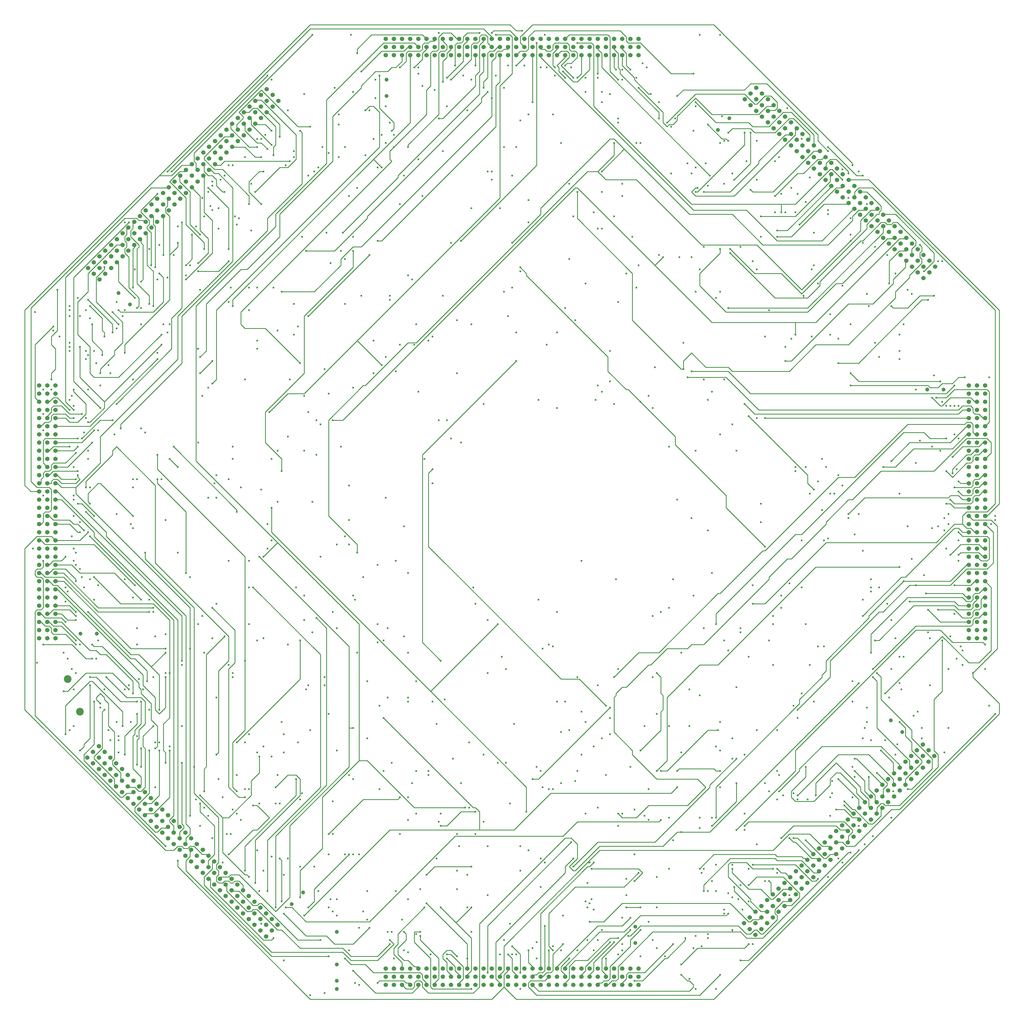
<source format=gbr>
G04 EAGLE Gerber RS-274X export*
G75*
%MOMM*%
%FSLAX34Y34*%
%LPD*%
%INCopper Layer 15*%
%IPPOS*%
%AMOC8*
5,1,8,0,0,1.08239X$1,22.5*%
G01*
%ADD10C,1.371600*%
%ADD11C,2.400300*%
%ADD12C,1.219200*%
%ADD13C,0.254000*%
%ADD14C,0.609600*%


D10*
X-1422400Y-393700D03*
X-1422400Y-368300D03*
X-1422400Y-342900D03*
X-1422400Y-317500D03*
X-1422400Y-292100D03*
X-1422400Y-266700D03*
X-1422400Y-241300D03*
X-1422400Y-215900D03*
X-1422400Y-190500D03*
X-1422400Y-165100D03*
X-1422400Y-139700D03*
X-1422400Y-114300D03*
X-1422400Y-88900D03*
X-1422400Y-63500D03*
X-1422400Y-38100D03*
X-1422400Y-12700D03*
X-1422400Y12700D03*
X-1422400Y38100D03*
X-1422400Y63500D03*
X-1422400Y88900D03*
X-1422400Y114300D03*
X-1422400Y139700D03*
X-1422400Y165100D03*
X-1422400Y190500D03*
X-1422400Y215900D03*
X-1422400Y241300D03*
X-1422400Y266700D03*
X-1422400Y292100D03*
X-1422400Y317500D03*
X-1422400Y342900D03*
X-1422400Y368300D03*
X-1422400Y393700D03*
X-1473200Y-393700D03*
X-1473200Y-368300D03*
X-1473200Y-342900D03*
X-1473200Y-317500D03*
X-1473200Y-292100D03*
X-1473200Y-266700D03*
X-1473200Y-241300D03*
X-1473200Y-215900D03*
X-1473200Y-190500D03*
X-1473200Y-165100D03*
X-1473200Y-139700D03*
X-1473200Y-114300D03*
X-1473200Y-88900D03*
X-1473200Y-63500D03*
X-1473200Y-38100D03*
X-1473200Y-12700D03*
X-1473200Y12700D03*
X-1473200Y38100D03*
X-1473200Y63500D03*
X-1473200Y88900D03*
X-1473200Y114300D03*
X-1473200Y139700D03*
X-1473200Y165100D03*
X-1473200Y190500D03*
X-1473200Y215900D03*
X-1473200Y241300D03*
X-1473200Y266700D03*
X-1473200Y292100D03*
X-1473200Y317500D03*
X-1473200Y342900D03*
X-1473200Y368300D03*
X-1473200Y393700D03*
X-1447800Y-393700D03*
X-1447800Y-368300D03*
X-1447800Y-342900D03*
X-1447800Y-317500D03*
X-1447800Y-292100D03*
X-1447800Y-266700D03*
X-1447800Y-241300D03*
X-1447800Y-215900D03*
X-1447800Y-190500D03*
X-1447800Y-165100D03*
X-1447800Y-139700D03*
X-1447800Y-114300D03*
X-1447800Y-88900D03*
X-1447800Y-63500D03*
X-1447800Y-38100D03*
X-1447800Y-12700D03*
X-1447800Y12700D03*
X-1447800Y38100D03*
X-1447800Y63500D03*
X-1447800Y88900D03*
X-1447800Y114300D03*
X-1447800Y139700D03*
X-1447800Y165100D03*
X-1447800Y190500D03*
X-1447800Y215900D03*
X-1447800Y241300D03*
X-1447800Y266700D03*
X-1447800Y292100D03*
X-1447800Y317500D03*
X-1447800Y342900D03*
X-1447800Y368300D03*
X-1447800Y393700D03*
X393700Y-1422400D03*
X368300Y-1422400D03*
X342900Y-1422400D03*
X317500Y-1422400D03*
X292100Y-1422400D03*
X266700Y-1422400D03*
X241300Y-1422400D03*
X215900Y-1422400D03*
X190500Y-1422400D03*
X165100Y-1422400D03*
X139700Y-1422400D03*
X114300Y-1422400D03*
X88900Y-1422400D03*
X63500Y-1422400D03*
X38100Y-1422400D03*
X12700Y-1422400D03*
X-12700Y-1422400D03*
X-38100Y-1422400D03*
X-63500Y-1422400D03*
X-88900Y-1422400D03*
X-114300Y-1422400D03*
X-139700Y-1422400D03*
X-165100Y-1422400D03*
X-190500Y-1422400D03*
X-215900Y-1422400D03*
X-241300Y-1422400D03*
X-266700Y-1422400D03*
X-292100Y-1422400D03*
X-317500Y-1422400D03*
X-342900Y-1422400D03*
X-368300Y-1422400D03*
X-393700Y-1422400D03*
X393700Y-1473200D03*
X368300Y-1473200D03*
X342900Y-1473200D03*
X317500Y-1473200D03*
X292100Y-1473200D03*
X266700Y-1473200D03*
X241300Y-1473200D03*
X215900Y-1473200D03*
X190500Y-1473200D03*
X165100Y-1473200D03*
X139700Y-1473200D03*
X114300Y-1473200D03*
X88900Y-1473200D03*
X63500Y-1473200D03*
X38100Y-1473200D03*
X12700Y-1473200D03*
X-12700Y-1473200D03*
X-38100Y-1473200D03*
X-63500Y-1473200D03*
X-88900Y-1473200D03*
X-114300Y-1473200D03*
X-139700Y-1473200D03*
X-165100Y-1473200D03*
X-190500Y-1473200D03*
X-215900Y-1473200D03*
X-241300Y-1473200D03*
X-266700Y-1473200D03*
X-292100Y-1473200D03*
X-317500Y-1473200D03*
X-342900Y-1473200D03*
X-368300Y-1473200D03*
X-393700Y-1473200D03*
X393700Y-1447800D03*
X368300Y-1447800D03*
X342900Y-1447800D03*
X317500Y-1447800D03*
X292100Y-1447800D03*
X266700Y-1447800D03*
X241300Y-1447800D03*
X215900Y-1447800D03*
X190500Y-1447800D03*
X165100Y-1447800D03*
X139700Y-1447800D03*
X114300Y-1447800D03*
X88900Y-1447800D03*
X63500Y-1447800D03*
X38100Y-1447800D03*
X12700Y-1447800D03*
X-12700Y-1447800D03*
X-38100Y-1447800D03*
X-63500Y-1447800D03*
X-88900Y-1447800D03*
X-114300Y-1447800D03*
X-139700Y-1447800D03*
X-165100Y-1447800D03*
X-190500Y-1447800D03*
X-215900Y-1447800D03*
X-241300Y-1447800D03*
X-266700Y-1447800D03*
X-292100Y-1447800D03*
X-317500Y-1447800D03*
X-342900Y-1447800D03*
X-368300Y-1447800D03*
X-393700Y-1447800D03*
X-393700Y1422400D03*
X-368300Y1422400D03*
X-342900Y1422400D03*
X-317500Y1422400D03*
X-292100Y1422400D03*
X-266700Y1422400D03*
X-241300Y1422400D03*
X-215900Y1422400D03*
X-190500Y1422400D03*
X-165100Y1422400D03*
X-139700Y1422400D03*
X-114300Y1422400D03*
X-88900Y1422400D03*
X-63500Y1422400D03*
X-38100Y1422400D03*
X-12700Y1422400D03*
X12700Y1422400D03*
X38100Y1422400D03*
X63500Y1422400D03*
X88900Y1422400D03*
X114300Y1422400D03*
X139700Y1422400D03*
X165100Y1422400D03*
X190500Y1422400D03*
X215900Y1422400D03*
X241300Y1422400D03*
X266700Y1422400D03*
X292100Y1422400D03*
X317500Y1422400D03*
X342900Y1422400D03*
X368300Y1422400D03*
X393700Y1422400D03*
X-393700Y1473200D03*
X-368300Y1473200D03*
X-342900Y1473200D03*
X-317500Y1473200D03*
X-292100Y1473200D03*
X-266700Y1473200D03*
X-241300Y1473200D03*
X-215900Y1473200D03*
X-190500Y1473200D03*
X-165100Y1473200D03*
X-139700Y1473200D03*
X-114300Y1473200D03*
X-88900Y1473200D03*
X-63500Y1473200D03*
X-38100Y1473200D03*
X-12700Y1473200D03*
X12700Y1473200D03*
X38100Y1473200D03*
X63500Y1473200D03*
X88900Y1473200D03*
X114300Y1473200D03*
X139700Y1473200D03*
X165100Y1473200D03*
X190500Y1473200D03*
X215900Y1473200D03*
X241300Y1473200D03*
X266700Y1473200D03*
X292100Y1473200D03*
X317500Y1473200D03*
X342900Y1473200D03*
X368300Y1473200D03*
X393700Y1473200D03*
X-393700Y1447800D03*
X-368300Y1447800D03*
X-342900Y1447800D03*
X-317500Y1447800D03*
X-292100Y1447800D03*
X-266700Y1447800D03*
X-241300Y1447800D03*
X-215900Y1447800D03*
X-190500Y1447800D03*
X-165100Y1447800D03*
X-139700Y1447800D03*
X-114300Y1447800D03*
X-88900Y1447800D03*
X-63500Y1447800D03*
X-38100Y1447800D03*
X-12700Y1447800D03*
X12700Y1447800D03*
X38100Y1447800D03*
X63500Y1447800D03*
X88900Y1447800D03*
X114300Y1447800D03*
X139700Y1447800D03*
X165100Y1447800D03*
X190500Y1447800D03*
X215900Y1447800D03*
X241300Y1447800D03*
X266700Y1447800D03*
X292100Y1447800D03*
X317500Y1447800D03*
X342900Y1447800D03*
X368300Y1447800D03*
X393700Y1447800D03*
X724829Y1285109D03*
X742790Y1267148D03*
X760750Y1249188D03*
X778711Y1231227D03*
X796671Y1213267D03*
X814632Y1195306D03*
X832592Y1177346D03*
X850553Y1159385D03*
X868513Y1141425D03*
X886474Y1123464D03*
X904434Y1105504D03*
X922395Y1087543D03*
X940355Y1069583D03*
X958316Y1051622D03*
X976276Y1033662D03*
X994237Y1015701D03*
X1012197Y997741D03*
X1030158Y979780D03*
X1048118Y961820D03*
X1066079Y943859D03*
X1084039Y925899D03*
X1102000Y907938D03*
X1119960Y889978D03*
X1137921Y872017D03*
X1155881Y854057D03*
X1173842Y836096D03*
X1191802Y818136D03*
X1209763Y800175D03*
X1227723Y782215D03*
X1245684Y764254D03*
X1263644Y746293D03*
X1281605Y728333D03*
X760750Y1321030D03*
X778711Y1303069D03*
X796671Y1285109D03*
X814632Y1267148D03*
X832592Y1249188D03*
X850553Y1231227D03*
X868513Y1213267D03*
X886474Y1195306D03*
X904434Y1177346D03*
X922395Y1159385D03*
X940355Y1141425D03*
X958316Y1123464D03*
X976276Y1105504D03*
X994237Y1087543D03*
X1012197Y1069583D03*
X1030158Y1051622D03*
X1048118Y1033662D03*
X1066079Y1015701D03*
X1084039Y997741D03*
X1102000Y979780D03*
X1119960Y961820D03*
X1137921Y943859D03*
X1155881Y925899D03*
X1173842Y907938D03*
X1191802Y889978D03*
X1209763Y872017D03*
X1227723Y854057D03*
X1245684Y836096D03*
X1263644Y818136D03*
X1281605Y800175D03*
X1299565Y782215D03*
X1317526Y764254D03*
X742790Y1303069D03*
X760750Y1285109D03*
X778711Y1267148D03*
X796671Y1249188D03*
X814632Y1231227D03*
X832592Y1213267D03*
X850553Y1195306D03*
X868513Y1177346D03*
X886474Y1159385D03*
X904434Y1141425D03*
X922395Y1123464D03*
X940355Y1105504D03*
X958316Y1087543D03*
X976276Y1069583D03*
X994237Y1051622D03*
X1012197Y1033662D03*
X1030158Y1015701D03*
X1048118Y997741D03*
X1066079Y979780D03*
X1084039Y961820D03*
X1102000Y943859D03*
X1119960Y925899D03*
X1137921Y907938D03*
X1155881Y889978D03*
X1173842Y872017D03*
X1191802Y854057D03*
X1209763Y836096D03*
X1227723Y818136D03*
X1245684Y800175D03*
X1263644Y782215D03*
X1281605Y764254D03*
X1299565Y746293D03*
X-1284769Y724009D03*
X-1266809Y741970D03*
X-1248848Y759930D03*
X-1230888Y777891D03*
X-1212927Y795851D03*
X-1194967Y813812D03*
X-1177006Y831772D03*
X-1159046Y849733D03*
X-1141085Y867694D03*
X-1123125Y885654D03*
X-1105164Y903615D03*
X-1087204Y921575D03*
X-1069243Y939536D03*
X-1051283Y957496D03*
X-1033322Y975457D03*
X-1015362Y993417D03*
X-997401Y1011378D03*
X-979441Y1029338D03*
X-961480Y1047299D03*
X-943520Y1065259D03*
X-925559Y1083220D03*
X-907599Y1101180D03*
X-889638Y1119141D03*
X-871678Y1137101D03*
X-853717Y1155062D03*
X-835757Y1173022D03*
X-817796Y1190983D03*
X-799836Y1208943D03*
X-781875Y1226904D03*
X-763915Y1244864D03*
X-745954Y1262825D03*
X-727994Y1280785D03*
X-1320690Y759930D03*
X-1302730Y777891D03*
X-1284769Y795851D03*
X-1266809Y813812D03*
X-1248848Y831772D03*
X-1230888Y849733D03*
X-1212927Y867694D03*
X-1194967Y885654D03*
X-1177006Y903615D03*
X-1159046Y921575D03*
X-1141085Y939536D03*
X-1123125Y957496D03*
X-1105164Y975457D03*
X-1087204Y993417D03*
X-1069243Y1011378D03*
X-1051283Y1029338D03*
X-1033322Y1047299D03*
X-1015362Y1065259D03*
X-997401Y1083220D03*
X-979441Y1101180D03*
X-961480Y1119141D03*
X-943520Y1137101D03*
X-925559Y1155062D03*
X-907599Y1173022D03*
X-889638Y1190983D03*
X-871678Y1208943D03*
X-853717Y1226904D03*
X-835757Y1244864D03*
X-817796Y1262825D03*
X-799836Y1280785D03*
X-781875Y1298746D03*
X-763915Y1316706D03*
X-1302730Y741970D03*
X-1284769Y759930D03*
X-1266809Y777891D03*
X-1248848Y795851D03*
X-1230888Y813812D03*
X-1212927Y831772D03*
X-1194967Y849733D03*
X-1177006Y867694D03*
X-1159046Y885654D03*
X-1141085Y903615D03*
X-1123125Y921575D03*
X-1105164Y939536D03*
X-1087204Y957496D03*
X-1069243Y975457D03*
X-1051283Y993417D03*
X-1033322Y1011378D03*
X-1015362Y1029338D03*
X-997401Y1047299D03*
X-979441Y1065259D03*
X-961480Y1083220D03*
X-943520Y1101180D03*
X-925559Y1119141D03*
X-907599Y1137101D03*
X-889638Y1155062D03*
X-871678Y1173022D03*
X-853717Y1190983D03*
X-835757Y1208943D03*
X-817796Y1226904D03*
X-799836Y1244864D03*
X-781875Y1262825D03*
X-763915Y1280785D03*
X-745954Y1298746D03*
X1279245Y-724274D03*
X1261284Y-742234D03*
X1243324Y-760195D03*
X1225363Y-778155D03*
X1207403Y-796116D03*
X1189442Y-814076D03*
X1171481Y-832037D03*
X1153521Y-849997D03*
X1135560Y-867958D03*
X1117600Y-885918D03*
X1099639Y-903879D03*
X1081679Y-921839D03*
X1063718Y-939800D03*
X1045758Y-957760D03*
X1027797Y-975721D03*
X1009837Y-993682D03*
X991876Y-1011642D03*
X973916Y-1029603D03*
X955955Y-1047563D03*
X937995Y-1065524D03*
X920034Y-1083484D03*
X902074Y-1101445D03*
X884113Y-1119405D03*
X866153Y-1137366D03*
X848192Y-1155326D03*
X830232Y-1173287D03*
X812271Y-1191247D03*
X794311Y-1209208D03*
X776350Y-1227168D03*
X758390Y-1245129D03*
X740429Y-1263089D03*
X722469Y-1281050D03*
X1315166Y-760195D03*
X1297205Y-778155D03*
X1279245Y-796116D03*
X1261284Y-814076D03*
X1243324Y-832037D03*
X1225363Y-849997D03*
X1207403Y-867958D03*
X1189442Y-885918D03*
X1171481Y-903879D03*
X1153521Y-921839D03*
X1135560Y-939800D03*
X1117600Y-957760D03*
X1099639Y-975721D03*
X1081679Y-993682D03*
X1063718Y-1011642D03*
X1045758Y-1029603D03*
X1027797Y-1047563D03*
X1009837Y-1065524D03*
X991876Y-1083484D03*
X973916Y-1101445D03*
X955955Y-1119405D03*
X937995Y-1137366D03*
X920034Y-1155326D03*
X902074Y-1173287D03*
X884113Y-1191247D03*
X866153Y-1209208D03*
X848192Y-1227168D03*
X830232Y-1245129D03*
X812271Y-1263089D03*
X794311Y-1281050D03*
X776350Y-1299010D03*
X758390Y-1316971D03*
X1297205Y-742234D03*
X1279245Y-760195D03*
X1261284Y-778155D03*
X1243324Y-796116D03*
X1225363Y-814076D03*
X1207403Y-832037D03*
X1189442Y-849997D03*
X1171481Y-867958D03*
X1153521Y-885918D03*
X1135560Y-903879D03*
X1117600Y-921839D03*
X1099639Y-939800D03*
X1081679Y-957760D03*
X1063718Y-975721D03*
X1045758Y-993682D03*
X1027797Y-1011642D03*
X1009837Y-1029603D03*
X991876Y-1047563D03*
X973916Y-1065524D03*
X955955Y-1083484D03*
X937995Y-1101445D03*
X920034Y-1119405D03*
X902074Y-1137366D03*
X884113Y-1155326D03*
X866153Y-1173287D03*
X848192Y-1191247D03*
X830232Y-1209208D03*
X812271Y-1227168D03*
X794311Y-1245129D03*
X776350Y-1263089D03*
X758390Y-1281050D03*
X740429Y-1299010D03*
X-730173Y-1286046D03*
X-748133Y-1268085D03*
X-766094Y-1250125D03*
X-784054Y-1232164D03*
X-802015Y-1214204D03*
X-819975Y-1196243D03*
X-837936Y-1178283D03*
X-855896Y-1160322D03*
X-873857Y-1142362D03*
X-891817Y-1124401D03*
X-909778Y-1106441D03*
X-927738Y-1088480D03*
X-945699Y-1070520D03*
X-963659Y-1052559D03*
X-981620Y-1034599D03*
X-999580Y-1016638D03*
X-1017541Y-998678D03*
X-1035501Y-980717D03*
X-1053462Y-962757D03*
X-1071422Y-944796D03*
X-1089383Y-926836D03*
X-1107343Y-908875D03*
X-1125304Y-890915D03*
X-1143264Y-872954D03*
X-1161225Y-854994D03*
X-1179185Y-837033D03*
X-1197146Y-819073D03*
X-1215106Y-801112D03*
X-1233067Y-783151D03*
X-1251027Y-765191D03*
X-1268988Y-747230D03*
X-1286948Y-729270D03*
X-766094Y-1321967D03*
X-784054Y-1304006D03*
X-802015Y-1286046D03*
X-819975Y-1268085D03*
X-837936Y-1250125D03*
X-855896Y-1232164D03*
X-873857Y-1214204D03*
X-891817Y-1196243D03*
X-909778Y-1178283D03*
X-927738Y-1160322D03*
X-945699Y-1142362D03*
X-963659Y-1124401D03*
X-981620Y-1106441D03*
X-999580Y-1088480D03*
X-1017541Y-1070520D03*
X-1035501Y-1052559D03*
X-1053462Y-1034599D03*
X-1071422Y-1016638D03*
X-1089383Y-998678D03*
X-1107343Y-980717D03*
X-1125304Y-962757D03*
X-1143264Y-944796D03*
X-1161225Y-926836D03*
X-1179185Y-908875D03*
X-1197146Y-890915D03*
X-1215106Y-872954D03*
X-1233067Y-854994D03*
X-1251027Y-837033D03*
X-1268988Y-819073D03*
X-1286948Y-801112D03*
X-1304909Y-783151D03*
X-1322869Y-765191D03*
X-748133Y-1304006D03*
X-766094Y-1286046D03*
X-784054Y-1268085D03*
X-802015Y-1250125D03*
X-819975Y-1232164D03*
X-837936Y-1214204D03*
X-855896Y-1196243D03*
X-873857Y-1178283D03*
X-891817Y-1160322D03*
X-909778Y-1142362D03*
X-927738Y-1124401D03*
X-945699Y-1106441D03*
X-963659Y-1088480D03*
X-981620Y-1070520D03*
X-999580Y-1052559D03*
X-1017541Y-1034599D03*
X-1035501Y-1016638D03*
X-1053462Y-998678D03*
X-1071422Y-980717D03*
X-1089383Y-962757D03*
X-1107343Y-944796D03*
X-1125304Y-926836D03*
X-1143264Y-908875D03*
X-1161225Y-890915D03*
X-1179185Y-872954D03*
X-1197146Y-854994D03*
X-1215106Y-837033D03*
X-1233067Y-819073D03*
X-1251027Y-801112D03*
X-1268988Y-783151D03*
X-1286948Y-765191D03*
X-1304909Y-747230D03*
D11*
X-1384300Y-520700D03*
X-1346200Y-622300D03*
D12*
X-546100Y-1460500D03*
X-546100Y-1485900D03*
X-546100Y-1409700D03*
X-546100Y-1308100D03*
X-1293859Y-379459D03*
X-1344659Y-379459D03*
X-650782Y-1185458D03*
X-686703Y-1221379D03*
X383817Y-1291680D03*
X383817Y-1342480D03*
X1179559Y-649241D03*
X1215480Y-685162D03*
X1293221Y381000D03*
X1344021Y381000D03*
X640899Y1190080D03*
X676820Y1226001D03*
D10*
X1422400Y393700D03*
X1422400Y368300D03*
X1422400Y342900D03*
X1422400Y317500D03*
X1422400Y292100D03*
X1422400Y266700D03*
X1422400Y241300D03*
X1422400Y215900D03*
X1422400Y190500D03*
X1422400Y165100D03*
X1422400Y139700D03*
X1422400Y114300D03*
X1422400Y88900D03*
X1422400Y63500D03*
X1422400Y38100D03*
X1422400Y12700D03*
X1422400Y-12700D03*
X1422400Y-38100D03*
X1422400Y-63500D03*
X1422400Y-88900D03*
X1422400Y-114300D03*
X1422400Y-139700D03*
X1422400Y-165100D03*
X1422400Y-190500D03*
X1422400Y-215900D03*
X1422400Y-241300D03*
X1422400Y-266700D03*
X1422400Y-292100D03*
X1422400Y-317500D03*
X1422400Y-342900D03*
X1422400Y-368300D03*
X1422400Y-393700D03*
X1473200Y393700D03*
X1473200Y368300D03*
X1473200Y342900D03*
X1473200Y317500D03*
X1473200Y292100D03*
X1473200Y266700D03*
X1473200Y241300D03*
X1473200Y215900D03*
X1473200Y190500D03*
X1473200Y165100D03*
X1473200Y139700D03*
X1473200Y114300D03*
X1473200Y88900D03*
X1473200Y63500D03*
X1473200Y38100D03*
X1473200Y12700D03*
X1473200Y-12700D03*
X1473200Y-38100D03*
X1473200Y-63500D03*
X1473200Y-88900D03*
X1473200Y-114300D03*
X1473200Y-139700D03*
X1473200Y-165100D03*
X1473200Y-190500D03*
X1473200Y-215900D03*
X1473200Y-241300D03*
X1473200Y-266700D03*
X1473200Y-292100D03*
X1473200Y-317500D03*
X1473200Y-342900D03*
X1473200Y-368300D03*
X1473200Y-393700D03*
X1447800Y393700D03*
X1447800Y368300D03*
X1447800Y342900D03*
X1447800Y317500D03*
X1447800Y292100D03*
X1447800Y266700D03*
X1447800Y241300D03*
X1447800Y215900D03*
X1447800Y190500D03*
X1447800Y165100D03*
X1447800Y139700D03*
X1447800Y114300D03*
X1447800Y88900D03*
X1447800Y63500D03*
X1447800Y38100D03*
X1447800Y12700D03*
X1447800Y-12700D03*
X1447800Y-38100D03*
X1447800Y-63500D03*
X1447800Y-88900D03*
X1447800Y-114300D03*
X1447800Y-139700D03*
X1447800Y-165100D03*
X1447800Y-190500D03*
X1447800Y-215900D03*
X1447800Y-241300D03*
X1447800Y-266700D03*
X1447800Y-292100D03*
X1447800Y-317500D03*
X1447800Y-342900D03*
X1447800Y-368300D03*
X1447800Y-393700D03*
D12*
X-390618Y1295400D03*
X-390618Y1346200D03*
X-1190080Y646159D03*
X-1226001Y682080D03*
D13*
X-1358900Y-336550D02*
X-1384300Y-336550D01*
X-1403350Y-317500D01*
X-1422400Y-317500D01*
X-1225550Y717550D02*
X-1225550Y774700D01*
X-1225550Y717550D02*
X-1174750Y666750D01*
X-869950Y660400D02*
X-869950Y641350D01*
X-431800Y1098550D02*
X-317500Y1212850D01*
X-431800Y1098550D02*
X-869950Y660400D01*
X-317500Y1212850D02*
X-317500Y1422400D01*
X-1225550Y774700D02*
X-1230888Y777891D01*
X-431800Y1098550D02*
X-406400Y1073150D01*
X1403350Y317500D02*
X1422400Y317500D01*
X1403350Y317500D02*
X1390650Y304800D01*
X755650Y304800D01*
X723900Y336550D01*
D14*
X-647700Y-336550D03*
X-1358900Y-336550D03*
X412750Y-946150D03*
X-736600Y-908050D03*
X1193800Y-755650D03*
X723900Y-755650D03*
X723900Y-939800D03*
X-1174750Y666750D03*
X-869950Y641350D03*
X730250Y1092200D03*
X-406400Y1073150D03*
X723900Y336550D03*
D13*
X1123950Y-514350D02*
X1136650Y-527050D01*
X1136650Y-673100D01*
X1238250Y-774700D01*
X1238250Y-793750D01*
X1243324Y-796116D01*
X-1428750Y-304800D02*
X-1441450Y-317500D01*
X-1428750Y-304800D02*
X-1377950Y-304800D01*
X-1358900Y-323850D01*
X-1441450Y-317500D02*
X-1447800Y-317500D01*
X-736600Y-1009650D02*
X-736600Y-1231900D01*
X-736600Y-1009650D02*
X-577850Y-850900D01*
X-577850Y-361950D01*
X-609600Y-330200D01*
X-323850Y1447800D02*
X-317500Y1447800D01*
X-323850Y1447800D02*
X-336550Y1435100D01*
X-406400Y1435100D01*
X-469900Y1371600D01*
X-317500Y1447800D02*
X-317500Y1447800D01*
X800100Y1250950D02*
X819150Y1250950D01*
X825500Y1257300D01*
X825500Y1276350D01*
X806450Y1295400D01*
X787400Y1295400D01*
X762000Y1270000D01*
X755650Y1270000D01*
X723900Y1301750D01*
X571500Y1301750D01*
X482600Y1212850D01*
X796671Y1249188D02*
X800100Y1250950D01*
D14*
X438150Y-1333500D03*
X438150Y-514350D03*
X1123950Y-514350D03*
X-1358900Y-323850D03*
X438150Y-323850D03*
X-1327150Y628650D03*
X-1327150Y501650D03*
X-965200Y361950D03*
X-965200Y-323850D03*
X-736600Y-1231900D03*
X-609600Y-330200D03*
X-469900Y1371600D03*
X-495300Y-260350D03*
X1365250Y330200D03*
X438150Y323850D03*
X482600Y1212850D03*
D13*
X-685800Y-1231900D02*
X-704850Y-1231900D01*
X-685800Y-1231900D02*
X-641350Y-1276350D01*
X-444500Y-1276350D01*
X-177800Y-1009650D01*
X158750Y-1009650D01*
X203200Y-965200D01*
X457200Y-965200D01*
X463550Y-958850D01*
X609600Y-679450D02*
X641350Y-679450D01*
X609600Y-679450D02*
X482600Y-806450D01*
X463550Y-806450D01*
X-1454150Y-330200D02*
X-1466850Y-317500D01*
X-1454150Y-330200D02*
X-1403350Y-330200D01*
X-1390650Y-342900D01*
X-1466850Y-317500D02*
X-1473200Y-317500D01*
X793750Y1263650D02*
X812800Y1263650D01*
X793750Y1263650D02*
X768350Y1238250D01*
X622300Y1238250D01*
X571500Y1289050D01*
X514350Y1231900D01*
X514350Y1219200D01*
X501650Y1206500D01*
X488950Y1206500D01*
X482600Y1200150D01*
X469900Y1212850D01*
X469900Y1244600D01*
X393700Y1320800D01*
X812800Y1263650D02*
X814632Y1267148D01*
D14*
X-704850Y-1231900D03*
X463550Y-958850D03*
X1263650Y-622300D03*
X641350Y-679450D03*
X463550Y-806450D03*
X-1390650Y-342900D03*
X-1301750Y-273050D03*
X-1289050Y254000D03*
X-1377950Y514350D03*
X-1377950Y628650D03*
X-552450Y1320800D03*
X-495300Y387350D03*
X-1320800Y381000D03*
X1339850Y342900D03*
X393700Y1320800D03*
X425450Y361950D03*
X412750Y-666750D03*
D13*
X-1473200Y342900D02*
X-1485900Y355600D01*
X-1485900Y520700D01*
X-1428750Y577850D01*
X-800100Y996950D02*
X-723900Y1073150D01*
X-698500Y1073150D01*
X-673100Y1098550D01*
X-673100Y1174750D01*
X-781050Y1282700D01*
X-793750Y1282700D01*
X-1473200Y342900D02*
X-1473200Y342900D01*
X-799836Y1280785D02*
X-793750Y1282700D01*
X1276350Y660400D02*
X1295400Y660400D01*
X1276350Y660400D02*
X1079500Y463550D01*
X1016000Y463550D01*
X-342900Y-1473200D02*
X-330200Y-1485900D01*
X-311150Y-1485900D01*
X-304800Y-1479550D01*
X-304800Y-1466850D01*
X-298450Y-1460500D01*
X-285750Y-1460500D01*
X-279400Y-1466850D01*
X-279400Y-1479550D01*
X-260350Y-1498600D01*
X-120650Y-1498600D01*
X-101600Y-1479550D01*
X-101600Y-1282700D01*
X165100Y-1016000D01*
X184150Y-1016000D01*
X203200Y-1035050D01*
X203200Y-1079500D01*
X177800Y-1104900D01*
X190500Y-1117600D01*
X196850Y-1117600D01*
X273050Y-1041400D01*
X469900Y-1041400D01*
X514350Y-996950D01*
X527050Y-996950D01*
X577850Y-1358900D02*
X527050Y-1409700D01*
X577850Y-1358900D02*
X723900Y-1358900D01*
X736600Y-1346200D01*
X-342900Y-1473200D02*
X-342900Y-1473200D01*
X615950Y-996950D02*
X1079500Y-533400D01*
X615950Y-996950D02*
X527050Y-996950D01*
X-279400Y177800D02*
X12700Y469900D01*
X-279400Y177800D02*
X-279400Y-406400D01*
X-222250Y-463550D01*
D14*
X-1428750Y577850D03*
X-1377950Y609600D03*
X-1377950Y527050D03*
X-793750Y533400D03*
X-800100Y996950D03*
X400050Y1149350D03*
X12700Y1136650D03*
X12700Y558800D03*
X1295400Y660400D03*
X1016000Y463550D03*
X12700Y469900D03*
X527050Y-996950D03*
X527050Y-1409700D03*
X736600Y-1346200D03*
X-1365250Y-666750D03*
X-1295400Y-457200D03*
X-222250Y-463550D03*
X-171450Y-1003300D03*
X1206500Y-533400D03*
X1079500Y-533400D03*
D13*
X355600Y1428750D02*
X342900Y1441450D01*
X355600Y1428750D02*
X355600Y1390650D01*
X368300Y1377950D01*
X342900Y1441450D02*
X342900Y1447800D01*
X285750Y-1276350D02*
X241300Y-1276350D01*
X285750Y-1276350D02*
X342900Y-1219200D01*
X679450Y-1219200D01*
X736600Y-1276350D01*
X742950Y-1276350D01*
X749300Y-1270000D01*
X768350Y-1270000D01*
X774700Y-1263650D01*
X776350Y-1263089D01*
X-1428750Y355600D02*
X-1441450Y342900D01*
X-1428750Y355600D02*
X-1416050Y355600D01*
X-1377950Y317500D01*
X-1441450Y342900D02*
X-1447800Y342900D01*
D14*
X368300Y1377950D03*
X387350Y698500D03*
X1231900Y692150D03*
X1301750Y-393700D03*
X-450850Y-1270000D03*
X241300Y-1276350D03*
X-1377950Y317500D03*
X-1282700Y393700D03*
X-1231900Y-6350D03*
X-1231900Y-654050D03*
X-768350Y1174750D03*
X-914400Y946150D03*
X-946150Y387350D03*
X-342900Y-1270000D03*
X-349250Y-1003300D03*
X374650Y857250D03*
X-914400Y882650D03*
D13*
X-273050Y-1231900D02*
X-355600Y-1314450D01*
X-355600Y-1346200D01*
X-368300Y-1358900D01*
X-368300Y-1377950D01*
X-342900Y-1403350D01*
X-342900Y-1422400D01*
X692150Y-1181100D02*
X755650Y-1244600D01*
X692150Y-1181100D02*
X692150Y-1168400D01*
X755650Y-1244600D02*
X758390Y-1245129D01*
X-723900Y1168400D02*
X-723900Y1206500D01*
X-762000Y1244600D01*
X-763915Y1244864D01*
X342900Y1390650D02*
X342900Y1422400D01*
X342900Y1390650D02*
X381000Y1352550D01*
X381000Y1346200D01*
X425450Y1301750D01*
X431800Y1301750D01*
X1333500Y-342900D02*
X1422400Y-342900D01*
X1333500Y-342900D02*
X1295400Y-304800D01*
D14*
X-260350Y-819150D03*
X-273050Y-1231900D03*
X692150Y-1168400D03*
X787400Y-1149350D03*
X800100Y-869950D03*
X-1435100Y381000D03*
X-1231900Y571500D03*
X-730250Y565150D03*
X-723900Y1168400D03*
X431800Y1301750D03*
X444500Y450850D03*
X1257300Y381000D03*
X1295400Y-304800D03*
X-793750Y508000D03*
X425450Y-863600D03*
D13*
X-933450Y469900D02*
X-971550Y431800D01*
X-330200Y-1466850D02*
X-317500Y-1466850D01*
X-330200Y-1466850D02*
X-336550Y-1460500D01*
X-412750Y-1460500D01*
X-419100Y-1466850D01*
X-317500Y-1466850D02*
X-317500Y-1473200D01*
X1454150Y-330200D02*
X1466850Y-317500D01*
X1454150Y-330200D02*
X1441450Y-330200D01*
X1435100Y-336550D01*
X1435100Y-349250D01*
X1428750Y-355600D01*
X1257300Y-355600D01*
X1123950Y-488950D01*
X1466850Y-317500D02*
X1473200Y-317500D01*
D14*
X-1365250Y330200D03*
X-1225550Y-698500D03*
X-793750Y1162050D03*
X-933450Y939800D03*
X-933450Y469900D03*
X-971550Y431800D03*
X-1250950Y431800D03*
X-419100Y-1466850D03*
X-488950Y-1466850D03*
X-431800Y431800D03*
X304800Y1301750D03*
X304800Y406400D03*
X609600Y-1327150D03*
X622300Y-1149350D03*
X355600Y-1143000D03*
X1206500Y501650D03*
X304800Y501650D03*
X1123950Y-488950D03*
X330200Y-488950D03*
D13*
X774700Y-1244600D02*
X793750Y-1244600D01*
X774700Y-1244600D02*
X742950Y-1212850D01*
X742950Y-1206500D01*
X673100Y-1136650D01*
X673100Y-1098550D01*
X679450Y-1092200D01*
X730250Y-1092200D01*
X749300Y-1111250D01*
X812800Y-1111250D01*
X793750Y-1244600D02*
X794311Y-1245129D01*
X-1168400Y-660400D02*
X-1168400Y-628650D01*
X-1168400Y-660400D02*
X-1206500Y-698500D01*
X-1206500Y-755650D01*
X330200Y1428750D02*
X317500Y1441450D01*
X330200Y1428750D02*
X330200Y1384300D01*
X336550Y1377950D01*
X336550Y1365250D01*
X457200Y1244600D01*
X457200Y1225550D01*
X317500Y1441450D02*
X317500Y1447800D01*
X1244600Y819150D02*
X1244600Y806450D01*
X1244600Y819150D02*
X1257300Y831850D01*
X1257300Y844550D01*
X1200150Y901700D01*
X1187450Y901700D01*
X1181100Y895350D01*
X1168400Y895350D01*
X1162050Y901700D01*
X1149350Y901700D01*
X1092200Y844550D01*
X1085850Y844550D01*
X958850Y717550D01*
X958850Y704850D01*
X920750Y666750D01*
X908050Y666750D02*
X819150Y666750D01*
X908050Y666750D02*
X920750Y666750D01*
X819150Y666750D02*
X679450Y806450D01*
X1244600Y806450D02*
X1245684Y800175D01*
X908050Y673100D02*
X908050Y666750D01*
D14*
X812800Y-1111250D03*
X971550Y-419100D03*
X1397000Y-419100D03*
X-584200Y-1498600D03*
X-571500Y-628650D03*
X-1168400Y-628650D03*
X-1206500Y-755650D03*
X-1460500Y381000D03*
X-1377950Y349250D03*
X-571500Y368300D03*
X-539750Y1238250D03*
X-533400Y812800D03*
X457200Y1225550D03*
X457200Y800100D03*
X-520700Y787400D03*
X679450Y806450D03*
X971550Y-88900D03*
X901700Y-88900D03*
X908050Y673100D03*
D13*
X317500Y1384300D02*
X317500Y1422400D01*
X317500Y1384300D02*
X323850Y1377950D01*
X1225550Y781050D02*
X1225550Y762000D01*
X1187450Y723900D01*
X1187450Y711200D01*
X1123950Y647700D01*
X1047750Y647700D01*
X869950Y469900D01*
X850900Y469900D01*
X1225550Y781050D02*
X1227723Y782215D01*
D14*
X-412750Y-863600D03*
X-508000Y-819150D03*
X-1333500Y247650D03*
X-1371600Y-76200D03*
X-508000Y-101600D03*
X-590550Y1136650D03*
X-546100Y-101600D03*
X323850Y1377950D03*
X-25400Y1320800D03*
X-25400Y1136650D03*
X571500Y-1320800D03*
X565150Y-260350D03*
X1377950Y-317500D03*
X850900Y469900D03*
X838200Y-260350D03*
D13*
X-292100Y-1473200D02*
X-292100Y-1479550D01*
X-311150Y-1498600D01*
X-425450Y-1498600D01*
X-495300Y-1428750D01*
X-742950Y1111250D02*
X-742950Y1136650D01*
X-736600Y1143000D01*
X-736600Y1200150D01*
X-793750Y1257300D01*
X-806450Y1257300D01*
X-819150Y1244600D01*
X-831850Y1244600D01*
X-835757Y1244864D01*
D14*
X-495300Y-1428750D03*
X-495300Y-1066800D03*
X-1225550Y-749300D03*
X-1320800Y190500D03*
X-730250Y190500D03*
X-742950Y1111250D03*
X749300Y-1346200D03*
X590550Y-1352550D03*
X590550Y-1123950D03*
X825500Y-1123950D03*
X844550Y-882650D03*
X927100Y-476250D03*
X1403350Y-476250D03*
X1206500Y552450D03*
X990600Y552450D03*
X990600Y57150D03*
X927100Y57150D03*
X342900Y1346200D03*
X342900Y1022350D03*
X-742950Y698500D03*
X0Y698500D03*
X-1206500Y-552450D03*
X-1187450Y-38100D03*
X-762000Y-38100D03*
D13*
X-1447800Y292100D02*
X-1447800Y298450D01*
X-1435100Y311150D01*
X-1435100Y323850D01*
X-1428750Y330200D01*
X-1403350Y330200D01*
X-1377950Y304800D01*
X-1339850Y304800D01*
X-749300Y1143000D02*
X-812800Y1206500D01*
X-812800Y1225550D01*
X-1447800Y292100D02*
X-1447800Y292100D01*
X-817796Y1226904D02*
X-812800Y1225550D01*
X-50800Y1485900D02*
X-6350Y1485900D01*
X0Y1479550D01*
X0Y1365250D01*
X-38100Y1327150D01*
X-38100Y977900D01*
X-482600Y533400D02*
X-647700Y368300D01*
X-482600Y533400D02*
X-38100Y977900D01*
X-647700Y368300D02*
X-698500Y368300D01*
X-755650Y311150D01*
X1174750Y711200D02*
X1174750Y781050D01*
X1206500Y812800D01*
X1225550Y812800D01*
X1227723Y818136D01*
X-1155700Y-736600D02*
X-1155700Y-793750D01*
X-406400Y457200D02*
X-482600Y533400D01*
D14*
X-1339850Y304800D03*
X-755650Y311150D03*
X-749300Y1143000D03*
X-50800Y1485900D03*
X1219200Y-450850D03*
X1174750Y711200D03*
X-323850Y-1371600D03*
X330200Y-1377950D03*
X-1155700Y-793750D03*
X-1155700Y-736600D03*
X-958850Y-920750D03*
X-546100Y-1206500D03*
X-323850Y-1206500D03*
X1193800Y-393700D03*
X-336550Y-387350D03*
X-406400Y457200D03*
D13*
X-1377950Y-292100D02*
X-1422400Y-292100D01*
X-1377950Y-292100D02*
X-1358900Y-311150D01*
X-1212850Y590550D02*
X-1244600Y622300D01*
X-1212850Y590550D02*
X-1212850Y527050D01*
X-1238250Y501650D01*
X-1238250Y488950D01*
X-1282700Y444500D01*
X-1282700Y431800D01*
X292100Y-1390650D02*
X292100Y-1422400D01*
X292100Y-603250D02*
X209550Y-520700D01*
X152400Y-520700D01*
X-260350Y-107950D01*
X-260350Y120650D01*
X-247650Y133350D01*
X1206500Y-787400D02*
X1206500Y-793750D01*
X1206500Y-787400D02*
X1149350Y-730250D01*
X965200Y-730250D01*
X895350Y-800100D01*
X895350Y-806450D01*
X831850Y-869950D01*
X1206500Y-793750D02*
X1207403Y-796116D01*
X1422400Y292100D02*
X787400Y292100D01*
D14*
X-1358900Y-311150D03*
X-920750Y-285750D03*
X-901700Y-889000D03*
X-857250Y-939800D03*
X-1244600Y622300D03*
X-1282700Y431800D03*
X-927100Y88900D03*
X-292100Y1384300D03*
X-247650Y133350D03*
X292100Y-1390650D03*
X292100Y-603250D03*
X831850Y-869950D03*
X831850Y-819150D03*
X292100Y-819150D03*
X787400Y546100D03*
X-247650Y546100D03*
X787400Y292100D03*
D13*
X-660400Y-1117600D02*
X-660400Y-1200150D01*
X-660400Y-1117600D02*
X-590550Y-1047750D01*
X-590550Y-889000D01*
X-476250Y-774700D01*
X-476250Y-349250D01*
X-730250Y-95250D02*
X-984250Y158750D01*
X-730250Y-95250D02*
X-476250Y-349250D01*
X-984250Y508000D02*
X-984250Y641350D01*
X-984250Y508000D02*
X-984250Y158750D01*
X-984250Y641350D02*
X-736600Y889000D01*
X-736600Y927100D01*
X-577850Y1085850D01*
X-577850Y1282700D01*
X-400050Y1460500D01*
X-304800Y1460500D01*
X-292100Y1447800D01*
X-292100Y1447800D01*
X279400Y-1428750D02*
X292100Y-1441450D01*
X279400Y-1428750D02*
X279400Y-1390650D01*
X368300Y-1301750D01*
X381000Y-1149350D02*
X406400Y-1123950D01*
X393700Y-1111250D01*
X247650Y-1111250D01*
X-146050Y-920750D02*
X-304800Y-920750D01*
X-450850Y-774700D01*
X-476250Y-774700D01*
X292100Y-1441450D02*
X292100Y-1447800D01*
X-1371600Y-412750D02*
X-1460500Y-412750D01*
X-1371600Y-412750D02*
X-1327150Y-457200D01*
X-1308100Y-457200D01*
X-1301750Y-419100D02*
X-1308100Y-412750D01*
X-1301750Y-419100D02*
X-1276350Y-419100D01*
X-1162050Y-533400D01*
X-1162050Y-546100D01*
X-1155700Y-552450D01*
X-1155700Y-565150D01*
X-1123950Y-596900D01*
X-1123950Y-647700D01*
X-1104900Y-666750D01*
X-1104900Y-730250D01*
X-1111250Y-736600D01*
X-774700Y-139700D02*
X-730250Y-95250D01*
X-977900Y508000D02*
X-984250Y508000D01*
X723900Y1143000D02*
X723900Y1181100D01*
X723900Y1143000D02*
X577850Y996950D01*
X571500Y996950D01*
D14*
X-660400Y-1200150D03*
X368300Y-1301750D03*
X381000Y-1149350D03*
X247650Y-1111250D03*
X228600Y-939800D03*
X-146050Y-920750D03*
X1346200Y-749300D03*
X1104900Y-654050D03*
X228600Y-654050D03*
X-1460500Y-412750D03*
X-1308100Y-457200D03*
X-1308100Y-412750D03*
X-1111250Y-736600D03*
X-1066800Y-730250D03*
X-1079500Y-501650D03*
X-774700Y-393700D03*
X-774700Y-139700D03*
X-1301750Y501650D03*
X-977900Y508000D03*
X723900Y1181100D03*
X571500Y996950D03*
X571500Y685800D03*
X647700Y685800D03*
X647700Y-654050D03*
X1377950Y241300D03*
X647700Y241300D03*
D13*
X298450Y-1473200D02*
X292100Y-1473200D01*
X298450Y-1473200D02*
X311150Y-1460500D01*
X323850Y-1460500D01*
X330200Y-1454150D01*
X330200Y-1416050D01*
X438150Y-1308100D01*
X685800Y-1308100D02*
X711200Y-1308100D01*
X685800Y-1308100D02*
X438150Y-1308100D01*
X711200Y-1308100D02*
X730250Y-1327150D01*
X781050Y-1327150D01*
X1047750Y-1060450D01*
X1054100Y-1060450D01*
X292100Y-1473200D02*
X292100Y-1473200D01*
X-1308100Y533400D02*
X-1308100Y584200D01*
X-1308100Y533400D02*
X-1276350Y501650D01*
X-1276350Y488950D01*
X1454150Y304800D02*
X1466850Y292100D01*
X1454150Y304800D02*
X1441450Y304800D01*
X1435100Y311150D01*
X1435100Y323850D01*
X1428750Y330200D01*
X1403350Y330200D01*
X1390650Y317500D01*
X768350Y317500D01*
X666750Y419100D01*
X546100Y419100D01*
X1466850Y292100D02*
X1473200Y292100D01*
X685800Y-1301750D02*
X685800Y-1308100D01*
D14*
X1054100Y-1060450D03*
X-1371600Y-488950D03*
X-869950Y-514350D03*
X-869950Y-927100D03*
X-1308100Y584200D03*
X-1276350Y488950D03*
X-584200Y444500D03*
X-584200Y-514350D03*
X-393700Y1263650D03*
X-361950Y438150D03*
X571500Y1263650D03*
X-139700Y1250950D03*
X-152400Y1358900D03*
X546100Y419100D03*
X685800Y-1301750D03*
X685800Y-1200150D03*
X241300Y-1219200D03*
X203200Y-514350D03*
D13*
X1187450Y-781050D02*
X1187450Y-812800D01*
X1187450Y-781050D02*
X1149350Y-742950D01*
X1181100Y158750D02*
X1238250Y215900D01*
X1365250Y215900D01*
X1416050Y266700D01*
X1187450Y-812800D02*
X1189442Y-814076D01*
X1416050Y266700D02*
X1422400Y266700D01*
D14*
X-1390650Y-279400D03*
X-1181100Y-266700D03*
X254000Y-1238250D03*
X254000Y-1365250D03*
X1149350Y-742950D03*
X1181100Y158750D03*
X965200Y165100D03*
X234950Y-1231900D03*
X196850Y-838200D03*
X-539750Y1104900D03*
X831850Y1104900D03*
D13*
X-717550Y-1085850D02*
X-717550Y-1212850D01*
X-717550Y-1085850D02*
X-723900Y-1079500D01*
X-1219200Y831850D02*
X-1231900Y831850D01*
X-1320800Y742950D01*
X-1320800Y685800D01*
X-1352550Y654050D01*
X-1352550Y552450D01*
X-1314450Y514350D01*
X-1314450Y431800D01*
X-1301750Y419100D01*
X-1225550Y419100D01*
X-1092200Y552450D01*
X-1212927Y831772D02*
X-1219200Y831850D01*
X-279400Y1428750D02*
X-266700Y1441450D01*
X-279400Y1428750D02*
X-279400Y1409700D01*
X-304800Y1384300D01*
X-266700Y1441450D02*
X-266700Y1447800D01*
D14*
X-717550Y-1212850D03*
X-723900Y-1079500D03*
X-673100Y-234950D03*
X-647700Y-260350D03*
X-1384300Y-247650D03*
X266700Y-1333500D03*
X266700Y-920750D03*
X-133350Y-920750D03*
X-133350Y-717550D03*
X-666750Y-717550D03*
X1060450Y-527050D03*
X266700Y-539750D03*
X1390650Y228600D03*
X1346200Y-19050D03*
X1047750Y-19050D03*
X-1092200Y552450D03*
X-679450Y552450D03*
X546100Y1085850D03*
X558800Y-19050D03*
X-304800Y1384300D03*
X-298450Y584200D03*
D13*
X-825500Y-1130300D02*
X-819150Y-1136650D01*
X-825500Y-1130300D02*
X-831850Y-1130300D01*
X-901700Y-1060450D01*
X-901700Y-952500D01*
X-971550Y-882650D01*
X266700Y-1466850D02*
X279400Y-1466850D01*
X285750Y-1460500D01*
X298450Y-1460500D01*
X304800Y-1454150D01*
X304800Y-1416050D01*
X368300Y-1352550D01*
X368300Y-1333500D01*
X400050Y-1301750D01*
X-787400Y-812800D02*
X-787400Y-762000D01*
X-787400Y-812800D02*
X-812800Y-838200D01*
X-812800Y-882650D01*
X-882650Y-952500D01*
X-901700Y-952500D01*
X266700Y-1466850D02*
X266700Y-1473200D01*
X1225550Y-844550D02*
X1225550Y-831850D01*
X1276350Y-781050D01*
X1276350Y-774700D01*
X1244600Y-742950D01*
X1244600Y-717550D01*
X1225550Y-698500D01*
X1225550Y-673100D01*
X1206500Y-654050D01*
X1225550Y-844550D02*
X1225363Y-849997D01*
X1473200Y266700D02*
X1485900Y279400D01*
X1485900Y374650D01*
X1479550Y381000D01*
X1377950Y381000D01*
X1352550Y355600D01*
X1320800Y355600D01*
X1473200Y266700D02*
X1473200Y266700D01*
X-266700Y1473200D02*
X-279400Y1485900D01*
X-438150Y1485900D01*
X-482600Y1441450D01*
X-482600Y1428750D01*
X-266700Y1473200D02*
X-266700Y1473200D01*
D14*
X-819150Y-1136650D03*
X-971550Y-882650D03*
X-1028700Y-476250D03*
X-1384300Y-457200D03*
X400050Y-1301750D03*
X425450Y-1276350D03*
X425450Y-958850D03*
X-88900Y-965200D03*
X-88900Y-755650D03*
X-787400Y-762000D03*
X1206500Y-654050D03*
X215900Y-622300D03*
X215900Y-755650D03*
X1320800Y355600D03*
X1212850Y-552450D03*
X-1377950Y501650D03*
X603250Y1085850D03*
X609600Y349250D03*
X-482600Y1428750D03*
X-482600Y1009650D03*
X609600Y1016000D03*
D13*
X1155700Y139700D02*
X1193800Y139700D01*
X1250950Y196850D01*
X1371600Y196850D01*
X1416050Y241300D01*
X1422400Y241300D01*
X-1174750Y825500D02*
X-1181100Y819150D01*
X-1181100Y698500D01*
X-1174750Y825500D02*
X-1177006Y831772D01*
X-1416050Y-241300D02*
X-1149350Y-508000D01*
X-1149350Y-539750D01*
X-1111250Y-577850D01*
X-1111250Y-615950D01*
X-1098550Y-628650D01*
X-1079500Y-609600D01*
X-1079500Y-514350D01*
X-990600Y-793750D02*
X-990600Y-876300D01*
X-914400Y-952500D01*
X-914400Y-1092200D01*
X-920750Y-1098550D01*
X-920750Y-1111250D01*
X-914400Y-1117600D01*
X-914400Y-1130300D01*
X-920750Y-1136650D01*
X-920750Y-1149350D01*
X-914400Y-1155700D01*
X-901700Y-1155700D01*
X-895350Y-1149350D01*
X-882650Y-1149350D01*
X-876300Y-1155700D01*
X-869950Y-1155700D01*
X-863600Y-1149350D01*
X-850900Y-1149350D01*
X-838200Y-1162050D01*
X-838200Y-1174750D01*
X-1416050Y-241300D02*
X-1422400Y-241300D01*
X-838200Y-1174750D02*
X-837936Y-1178283D01*
X-1143000Y-146050D02*
X-1143000Y-127000D01*
X-1143000Y-146050D02*
X-990600Y-298450D01*
X-990600Y-793750D01*
D14*
X1155700Y139700D03*
X977900Y139700D03*
X-1181100Y698500D03*
X-1079500Y-514350D03*
X-990600Y-793750D03*
X228600Y-1212850D03*
X-1143000Y-127000D03*
X-1143000Y247650D03*
D13*
X-412750Y1257300D02*
X-412750Y1358900D01*
X-412750Y1257300D02*
X-368300Y1212850D01*
X-368300Y1193800D01*
X-374650Y1187450D01*
X254000Y-1428750D02*
X241300Y-1441450D01*
X254000Y-1428750D02*
X254000Y-1403350D01*
X317500Y-1339850D01*
X317500Y-514350D02*
X393700Y-438150D01*
X457200Y-438150D01*
X641350Y-254000D01*
X647700Y-254000D01*
X781050Y-120650D01*
X787400Y-120650D01*
X1016000Y107950D01*
X1066800Y107950D01*
X1231900Y273050D01*
X1409700Y273050D01*
X1416050Y279400D01*
X1428750Y279400D01*
X1435100Y273050D01*
X1435100Y247650D01*
X1441450Y241300D01*
X241300Y-1441450D02*
X241300Y-1447800D01*
X1441450Y241300D02*
X1447800Y241300D01*
X1187450Y-831850D02*
X1187450Y-844550D01*
X1187450Y-831850D02*
X1111250Y-755650D01*
X1016000Y-755650D01*
X889000Y-882650D01*
X1187450Y-844550D02*
X1189442Y-849997D01*
D14*
X-412750Y1358900D03*
X-374650Y1187450D03*
X565150Y1187450D03*
X317500Y-1339850D03*
X317500Y-514350D03*
X-787400Y-1181100D03*
X-285750Y-1174750D03*
X-298450Y-527050D03*
X889000Y-882650D03*
X889000Y-641350D03*
X304800Y-641350D03*
X-1358900Y-501650D03*
X-1409700Y546100D03*
X-1117600Y-514350D03*
X-381000Y673100D03*
X-469900Y673100D03*
X-450850Y-527050D03*
D13*
X711200Y-1397000D02*
X736600Y-1397000D01*
X1079500Y-1054100D01*
X-241300Y1466850D02*
X-254000Y1466850D01*
X-260350Y1460500D01*
X-273050Y1460500D01*
X-279400Y1454150D01*
X-279400Y1441450D01*
X-285750Y1435100D01*
X-323850Y1435100D01*
X-330200Y1428750D01*
X-330200Y1403350D01*
X-349250Y1384300D01*
X-241300Y1466850D02*
X-241300Y1473200D01*
X-800100Y-1022350D02*
X-800100Y-1155700D01*
X-800100Y-1022350D02*
X-660400Y-882650D01*
X-660400Y-831850D01*
X-673100Y-819150D01*
X-698500Y-819150D01*
X-736600Y-857250D01*
X-1168400Y-590550D02*
X-1219200Y-590550D01*
X-1295400Y-514350D01*
X-1314450Y-514350D01*
X-1346200Y419100D02*
X-1346200Y514350D01*
X-1346200Y419100D02*
X-1270000Y342900D01*
X-1270000Y323850D01*
X-1314450Y279400D01*
X-1320800Y279400D01*
X-1270000Y342900D02*
X-1092200Y520700D01*
D14*
X711200Y-1397000D03*
X1079500Y-1054100D03*
X1504950Y-12700D03*
X-349250Y1384300D03*
X-349250Y958850D03*
X889000Y990600D03*
X-800100Y-1155700D03*
X-736600Y-857250D03*
X-1168400Y-590550D03*
X-1314450Y-514350D03*
X-1346200Y609600D03*
X-1346200Y514350D03*
X-1320800Y279400D03*
X-1390650Y-234950D03*
X-349250Y520700D03*
X-1092200Y520700D03*
X1314450Y425450D03*
X984250Y939800D03*
D13*
X-1397000Y-215900D02*
X-1422400Y-215900D01*
X-1397000Y-215900D02*
X-1187450Y-425450D01*
X-1079500Y-425450D01*
X-241300Y-1104900D02*
X-127000Y-1104900D01*
X-241300Y-1104900D02*
X-266700Y-1130300D01*
X1073150Y-768350D02*
X1149350Y-844550D01*
X1073150Y-768350D02*
X1066800Y-768350D01*
X698500Y-768350D02*
X615950Y-850900D01*
X615950Y-857250D01*
X444500Y-1028700D01*
X266700Y-1028700D01*
X190500Y-1104900D01*
X1149350Y-844550D02*
X1153521Y-849997D01*
X-1155700Y838200D02*
X-1155700Y844550D01*
X-1155700Y838200D02*
X-1149350Y831850D01*
X-1149350Y723900D01*
X-1155700Y717550D01*
X-1155700Y844550D02*
X-1159046Y849733D01*
D14*
X990600Y615950D03*
X-1079500Y-425450D03*
X-793750Y-400050D03*
X-793750Y-749300D03*
X-711200Y-749300D03*
X-711200Y-1130300D03*
X234950Y-1333500D03*
X190500Y-1104900D03*
X-127000Y-1104900D03*
X-266700Y-1130300D03*
X1066800Y-768350D03*
X698500Y-768350D03*
X-1155700Y717550D03*
X-1155700Y635000D03*
X-819150Y628650D03*
X-971550Y692150D03*
D13*
X228600Y-1428750D02*
X215900Y-1441450D01*
X228600Y-1428750D02*
X228600Y-1416050D01*
X304800Y-1339850D01*
X215900Y-1441450D02*
X215900Y-1447800D01*
X-1428750Y-228600D02*
X-1441450Y-215900D01*
X-1428750Y-228600D02*
X-1416050Y-228600D01*
X-1187450Y-457200D01*
X-1174750Y-457200D01*
X-1136650Y-495300D01*
X-1136650Y-527050D01*
X-1441450Y-215900D02*
X-1447800Y-215900D01*
X-869950Y-1181100D02*
X-850900Y-1181100D01*
X-806450Y-1225550D01*
X-793750Y-1225550D01*
X-787400Y-1219200D01*
X-781050Y-1219200D01*
X-666750Y-1333500D01*
X-596900Y-1333500D01*
X-869950Y-1181100D02*
X-873857Y-1178283D01*
X-635000Y609600D02*
X-444500Y800100D01*
X850900Y1174750D02*
X863600Y1174750D01*
X850900Y1174750D02*
X768350Y1092200D01*
X768350Y1085850D01*
X679450Y996950D01*
X596900Y996950D01*
X863600Y1174750D02*
X868513Y1177346D01*
D14*
X304800Y-1339850D03*
X304800Y-692150D03*
X1092200Y-704850D03*
X-1136650Y-527050D03*
X-1231900Y654050D03*
X-1206500Y628650D03*
X-635000Y609600D03*
X-635000Y-539750D03*
X-596900Y-1333500D03*
X-584200Y-539750D03*
X-444500Y1250950D03*
X-444500Y800100D03*
X1377950Y330200D03*
X-635000Y311150D03*
X596900Y996950D03*
X596900Y825500D03*
D13*
X406400Y-1460500D02*
X381000Y-1460500D01*
X406400Y-1460500D02*
X476250Y-1390650D01*
X482600Y-1390650D01*
X539750Y-1333500D01*
X539750Y-1327150D01*
X-1200150Y863600D02*
X-1200150Y882650D01*
X-1200150Y863600D02*
X-1206500Y857250D01*
X-1206500Y844550D01*
X-1200150Y838200D01*
X-1200150Y825500D01*
X-1206500Y819150D01*
X-1206500Y806450D01*
X-1193800Y793750D01*
X-1193800Y698500D01*
X-1162050Y666750D01*
X-1162050Y641350D01*
X-1168400Y635000D01*
X-1104900Y101600D02*
X-1104900Y88900D01*
X-1016000Y0D01*
X-1016000Y-190500D01*
X-1200150Y882650D02*
X-1194967Y885654D01*
X-215900Y1466850D02*
X-203200Y1454150D01*
X-203200Y1441450D01*
X-209550Y1435100D01*
X-222250Y1435100D01*
X-228600Y1428750D01*
X-228600Y1238250D01*
X-323850Y1143000D01*
X-323850Y1136650D01*
X-215900Y1466850D02*
X-215900Y1473200D01*
X882650Y1193800D02*
X882650Y1174750D01*
X692150Y984250D01*
X571500Y984250D01*
X558800Y996950D01*
X571500Y1009650D01*
X577850Y1009650D01*
X882650Y1193800D02*
X886474Y1195306D01*
X1466850Y215900D02*
X1454150Y203200D01*
X1403350Y203200D01*
X1371600Y171450D01*
X1466850Y215900D02*
X1473200Y215900D01*
D14*
X381000Y-1460500D03*
X539750Y-1327150D03*
X552450Y-552450D03*
X1301750Y-539750D03*
X-946150Y-946150D03*
X-958850Y-438150D03*
X-1397000Y-438150D03*
X-1168400Y635000D03*
X-1168400Y101600D03*
X-1104900Y101600D03*
X-1016000Y-190500D03*
X-323850Y1136650D03*
X-323850Y-190500D03*
X577850Y1009650D03*
X584200Y755650D03*
X-323850Y736600D03*
X1371600Y171450D03*
X571500Y190500D03*
X698500Y-546100D03*
X698500Y190500D03*
D13*
X-1397000Y-190500D02*
X-1422400Y-190500D01*
X-1397000Y-190500D02*
X-1289050Y-298450D01*
X-1117600Y-298450D01*
X-1117600Y641350D02*
X-1117600Y749300D01*
X-1136650Y768350D01*
X-1136650Y863600D01*
X-1141085Y867694D01*
X-850900Y-889000D02*
X-831850Y-889000D01*
X-850900Y-889000D02*
X-882650Y-857250D01*
X-882650Y-488950D01*
X-863600Y-469900D01*
X-863600Y-368300D01*
X-933450Y-298450D01*
D14*
X234950Y-1155700D03*
X247650Y-1206500D03*
X635000Y-1181100D03*
X869950Y1009650D03*
X-1117600Y-298450D03*
X-1117600Y641350D03*
X-279400Y984250D03*
X-279400Y1327150D03*
X-774700Y-1117600D03*
X-831850Y-889000D03*
X-933450Y-298450D03*
D13*
X1155700Y-863600D02*
X1155700Y-882650D01*
X1155700Y-863600D02*
X1168400Y-850900D01*
X1168400Y-844550D01*
X1136650Y-812800D01*
X1371600Y120650D02*
X1371600Y133350D01*
X1416050Y177800D01*
X1428750Y177800D01*
X1441450Y190500D01*
X1155700Y-882650D02*
X1153521Y-885918D01*
X1441450Y190500D02*
X1447800Y190500D01*
X25400Y-1377950D02*
X25400Y-1435100D01*
X25400Y-1377950D02*
X0Y-1352550D01*
X-381000Y-1346200D02*
X-419100Y-1384300D01*
X-501650Y-1384300D01*
X-527050Y-1358900D01*
X-660400Y-1358900D01*
X-717550Y-1301750D01*
X-730250Y-1301750D01*
X-793750Y-1238250D01*
X-806450Y-1238250D01*
X-812800Y-1244600D01*
X-825500Y-1244600D01*
X-889000Y-1181100D01*
X-889000Y-1162050D01*
X-891817Y-1160322D01*
X-1441450Y-190500D02*
X-1428750Y-177800D01*
X-1390650Y-177800D01*
X-1358900Y-209550D01*
X-1358900Y-215900D01*
X-1441450Y-190500D02*
X-1447800Y-190500D01*
X-203200Y1428750D02*
X-190500Y1441450D01*
X-203200Y1428750D02*
X-203200Y1416050D01*
X-215900Y1403350D01*
X-215900Y1339850D01*
X-190500Y1441450D02*
X-190500Y1447800D01*
D14*
X1136650Y-812800D03*
X996950Y-876300D03*
X1016000Y114300D03*
X1371600Y120650D03*
X25400Y-1435100D03*
X0Y-1352550D03*
X-381000Y-1346200D03*
X-1358900Y-215900D03*
X-1358900Y-165100D03*
X-361950Y-152400D03*
X-381000Y660400D03*
X-1174750Y755650D03*
X-215900Y1339850D03*
X-215900Y673100D03*
X647700Y1149350D03*
X-215900Y1123950D03*
X-400050Y-806450D03*
X-298450Y-806450D03*
X996950Y-838200D03*
X88900Y-806450D03*
X76200Y-793750D03*
D13*
X-1454150Y-203200D02*
X-1466850Y-190500D01*
X-1454150Y-203200D02*
X-1397000Y-203200D01*
X-1289050Y-311150D01*
X-1130300Y-311150D01*
X-1130300Y647700D02*
X-1130300Y673100D01*
X-1168400Y711200D01*
X-1168400Y819150D01*
X-1162050Y825500D01*
X-1162050Y831850D01*
X-1187450Y857250D01*
X-1187450Y876300D01*
X-1181100Y882650D01*
X-1181100Y901700D01*
X-1466850Y-190500D02*
X-1473200Y-190500D01*
X-1181100Y901700D02*
X-1177006Y903615D01*
X-831850Y-1041400D02*
X-831850Y-1117600D01*
X-831850Y-1041400D02*
X-673100Y-882650D01*
X-673100Y-831850D01*
X82550Y-831850D02*
X304800Y-609600D01*
X82550Y-831850D02*
X63500Y-831850D01*
X1454150Y177800D02*
X1466850Y190500D01*
X1454150Y177800D02*
X1441450Y177800D01*
X1435100Y171450D01*
X1435100Y158750D01*
X1428750Y152400D01*
X1416050Y152400D01*
X1371600Y107950D01*
X1352550Y127000D01*
X1466850Y190500D02*
X1473200Y190500D01*
X1073150Y1047750D02*
X984250Y1136650D01*
X1073150Y1047750D02*
X1092200Y1047750D01*
D14*
X-1130300Y-311150D03*
X-1130300Y647700D03*
X-571500Y1117600D03*
X-457200Y1111250D03*
X-882650Y654050D03*
X-831850Y-1117600D03*
X-673100Y-831850D03*
X63500Y-831850D03*
X63500Y-1358900D03*
X1187450Y-869950D03*
X1104900Y-609600D03*
X304800Y-609600D03*
X1352550Y127000D03*
X882650Y127000D03*
X876300Y-603250D03*
X984250Y1136650D03*
X1092200Y1047750D03*
X1339850Y781050D03*
X-1130300Y-273050D03*
X-488950Y-273050D03*
X-495300Y-831850D03*
D13*
X-1371600Y-165100D02*
X-1422400Y-165100D01*
X-1371600Y-165100D02*
X-1346200Y-190500D01*
X-1238250Y-190500D01*
X-1155700Y-273050D01*
X165100Y-1416050D02*
X273050Y-1308100D01*
X349250Y-1308100D01*
X400050Y-1257300D01*
X666750Y-1257300D01*
X673100Y-1250950D01*
X1098550Y-838200D02*
X1066800Y-806450D01*
X1098550Y-838200D02*
X1098550Y-869950D01*
X1111250Y-882650D01*
X165100Y-1416050D02*
X165100Y-1422400D01*
X1111250Y-882650D02*
X1117600Y-885918D01*
D14*
X-1155700Y-273050D03*
X-1149350Y-552450D03*
X-641350Y-552450D03*
X-1352550Y666750D03*
X-1314450Y603250D03*
X-1155700Y584200D03*
X673100Y-1250950D03*
X736600Y-1212850D03*
X787400Y-844550D03*
X825500Y-806450D03*
X1066800Y-806450D03*
X819150Y1092200D03*
X850900Y933450D03*
X825500Y-679450D03*
X762000Y-679450D03*
X762000Y755650D03*
X-1155700Y260350D03*
X762000Y292100D03*
D13*
X-1428750Y-152400D02*
X-1441450Y-165100D01*
X-1428750Y-152400D02*
X-1403350Y-152400D01*
X-1390650Y-139700D01*
X-1365250Y317500D02*
X-1390650Y342900D01*
X-1390650Y730250D01*
X-1206500Y914400D01*
X-1168400Y914400D01*
X-1162050Y908050D01*
X-1143000Y908050D01*
X-1441450Y-165100D02*
X-1447800Y-165100D01*
X-1141085Y903615D02*
X-1143000Y908050D01*
X-908050Y-1136650D02*
X-882650Y-1136650D01*
X-876300Y-1130300D01*
X-850900Y-1130300D01*
X-736600Y-1244600D01*
X-692150Y-1200150D01*
X-692150Y-977900D01*
X-508000Y-793750D01*
X-508000Y-673100D02*
X-508000Y-419100D01*
X-508000Y-673100D02*
X-508000Y-793750D01*
X-508000Y-419100D02*
X-787400Y-139700D01*
X-908050Y-1136650D02*
X-909778Y-1142362D01*
X152400Y-1428750D02*
X165100Y-1441450D01*
X152400Y-1428750D02*
X152400Y-1416050D01*
X177800Y-1390650D01*
X-495300Y-673100D02*
X-508000Y-673100D01*
X165100Y-1441450D02*
X165100Y-1447800D01*
X1130300Y-901700D02*
X1130300Y-882650D01*
X1111250Y-863600D01*
X1111250Y-825500D01*
X1130300Y-901700D02*
X1135560Y-903879D01*
D14*
X1016000Y539750D03*
X-292100Y1365250D03*
X-292100Y1098550D03*
X927100Y1041400D03*
X-1390650Y-139700D03*
X-1365250Y317500D03*
X-787400Y-139700D03*
X177800Y-1390650D03*
X177800Y-679450D03*
X-495300Y-673100D03*
X1111250Y-825500D03*
X1117600Y-711200D03*
X1206500Y57150D03*
X1162050Y-711200D03*
D13*
X177800Y-1454150D02*
X165100Y-1466850D01*
X177800Y-1454150D02*
X177800Y-1416050D01*
X196850Y-1397000D01*
X234950Y-1397000D01*
X304800Y-1327150D01*
X330200Y-1327150D01*
X1035050Y-901700D02*
X1060450Y-927100D01*
X1066800Y-927100D01*
X1111250Y-971550D01*
X1123950Y-971550D01*
X1149350Y-946150D01*
X1149350Y-927100D01*
X165100Y-1466850D02*
X165100Y-1473200D01*
X1149350Y-927100D02*
X1153521Y-921839D01*
X-660400Y-520700D02*
X-660400Y-400050D01*
X-660400Y-520700D02*
X-857250Y-717550D01*
X-171450Y1473200D02*
X-165100Y1473200D01*
X-171450Y1473200D02*
X-190500Y1492250D01*
X-215900Y1492250D01*
X-228600Y1479550D01*
X-228600Y1441450D01*
X-234950Y1435100D01*
X-247650Y1435100D01*
X-254000Y1428750D01*
X-254000Y1327150D01*
X-266700Y1314450D01*
X-266700Y1238250D01*
X-368300Y1136650D02*
X-381000Y1123950D01*
X-368300Y1136650D02*
X-266700Y1238250D01*
X-381000Y1123950D02*
X-381000Y1098550D01*
X-374650Y1092200D01*
X-844550Y622300D01*
X-844550Y584200D01*
X-831850Y571500D01*
X-768350Y571500D01*
X-660400Y463550D01*
X-165100Y1473200D02*
X-165100Y1473200D01*
X1473200Y165100D02*
X1492250Y184150D01*
X1492250Y215900D01*
X1479550Y228600D01*
X1416050Y228600D01*
X1314450Y127000D01*
X1149350Y127000D01*
X1060450Y38100D01*
X1047750Y38100D01*
X977900Y-31750D01*
X977900Y-38100D01*
X869950Y-146050D01*
X857250Y-146050D01*
X800100Y-203200D01*
X800100Y-209550D01*
X596900Y-412750D01*
X558800Y-412750D01*
X546100Y-425450D01*
X482600Y-425450D01*
X431800Y-476250D01*
X425450Y-476250D01*
X355600Y-546100D01*
X342900Y-546100D01*
X323850Y-565150D01*
X323850Y-571500D01*
X317500Y-577850D01*
X317500Y-685800D01*
X374650Y-742950D01*
X374650Y-755650D01*
X450850Y-831850D01*
X577850Y-831850D01*
X603250Y-857250D01*
X546100Y-914400D01*
X425450Y-914400D01*
X387350Y-952500D01*
X342900Y-952500D01*
X330200Y-939800D01*
X1473200Y165100D02*
X1473200Y165100D01*
X927100Y1162050D02*
X927100Y1174750D01*
X876300Y1225550D01*
X863600Y1225550D01*
X819150Y1181100D01*
X755650Y1181100D01*
X742950Y1193800D01*
X685800Y1193800D01*
X673100Y1181100D01*
X922395Y1159385D02*
X927100Y1162050D01*
D14*
X330200Y-1327150D03*
X330200Y-939800D03*
X1035050Y-901700D03*
X-723900Y-908050D03*
X330200Y-977900D03*
X-1270000Y-552450D03*
X-1257300Y-679450D03*
X-857250Y-717550D03*
X-857250Y-819150D03*
X-1130300Y819150D03*
X-1104900Y723900D03*
X-1104900Y495300D03*
X-660400Y463550D03*
X-660400Y-400050D03*
X673100Y1181100D03*
X-368300Y1174750D03*
X-368300Y1136650D03*
D13*
X266700Y-1289050D02*
X139700Y-1416050D01*
X266700Y-1289050D02*
X342900Y-1289050D01*
X368300Y-1263650D01*
X914400Y-825500D02*
X914400Y-793750D01*
X914400Y-825500D02*
X869950Y-869950D01*
X869950Y-889000D01*
X882650Y-901700D01*
X939800Y-901700D01*
X990600Y-850900D01*
X990600Y-831850D01*
X1009650Y-812800D01*
X1022350Y-812800D01*
X1073150Y-863600D01*
X1073150Y-876300D01*
X1098550Y-901700D01*
X139700Y-1416050D02*
X139700Y-1422400D01*
X1099639Y-903879D02*
X1098550Y-901700D01*
X-463550Y-895350D02*
X-571500Y-1003300D01*
X-463550Y-895350D02*
X-355600Y-895350D01*
X-349250Y-889000D01*
D14*
X368300Y-1263650D03*
X368300Y-793750D03*
X914400Y-793750D03*
X1003300Y57150D03*
X-50800Y1358900D03*
X-38100Y946150D03*
X914400Y965200D03*
X-876300Y-1003300D03*
X-571500Y-1003300D03*
X-349250Y-889000D03*
X-260350Y-806450D03*
D13*
X1079500Y-895350D02*
X1079500Y-920750D01*
X1079500Y-895350D02*
X1016000Y-831850D01*
X1079500Y-920750D02*
X1081679Y-921839D01*
X-114300Y1390650D02*
X-114300Y1422400D01*
X-933450Y-1092200D02*
X-933450Y-1111250D01*
X-958850Y-1136650D01*
X-958850Y-1162050D01*
X-749300Y-1371600D01*
X-527050Y-1371600D01*
X-501650Y-1397000D01*
X-419100Y-1397000D01*
X-368300Y-1346200D01*
X-381000Y-1333500D01*
X114300Y-1365250D02*
X114300Y-1422400D01*
X-927738Y-1088480D02*
X-933450Y-1092200D01*
X-1085850Y800100D02*
X-1085850Y920750D01*
X-1087204Y921575D01*
D14*
X1016000Y-831850D03*
X495300Y1200150D03*
X495300Y1054100D03*
X-63500Y1060450D03*
X-114300Y1390650D03*
X-381000Y-1333500D03*
X114300Y-1365250D03*
X-1365250Y-152400D03*
X-882650Y-152400D03*
X-882650Y-476250D03*
X-19050Y-488950D03*
X-25400Y-1333500D03*
X-1085850Y800100D03*
X-1085850Y584200D03*
X-869950Y165100D03*
X1060450Y-793750D03*
X-19050Y-781050D03*
D13*
X88900Y-1250950D02*
X88900Y-1422400D01*
X88900Y-1250950D02*
X234950Y-1104900D01*
X241300Y-1104900D01*
X254000Y-1092200D01*
X1035050Y-914400D02*
X1060450Y-939800D01*
X1063718Y-939800D01*
X1397000Y88900D02*
X1422400Y88900D01*
X1397000Y88900D02*
X1390650Y95250D01*
X-1422400Y-88900D02*
X-1435100Y-76200D01*
X-1479550Y-76200D01*
X-1517650Y-114300D01*
X-1517650Y-615950D01*
X-1079500Y-1054100D01*
X-1054100Y-1054100D01*
X-1041400Y-1041400D01*
X-1028700Y-1041400D01*
X-1022350Y-1047750D01*
X-1009650Y-1047750D01*
X-1003300Y-1041400D01*
X-990600Y-1041400D01*
X-965200Y-1066800D01*
X-946150Y-1066800D01*
X-1422400Y-88900D02*
X-1422400Y-88900D01*
X-946150Y-1066800D02*
X-945699Y-1070520D01*
X-527050Y869950D02*
X-355600Y1041400D01*
X-355600Y1047750D01*
X-101600Y1301750D01*
X-101600Y1358900D01*
X-88900Y1371600D01*
X-88900Y1422400D01*
X-1346200Y-88900D02*
X-1422400Y-88900D01*
X-1346200Y-88900D02*
X-1320800Y-63500D01*
D14*
X254000Y-1092200D03*
X1035050Y-914400D03*
X1390650Y95250D03*
X1028700Y82550D03*
X-812800Y876300D03*
X-527050Y869950D03*
X-1320800Y-63500D03*
X-520700Y-76200D03*
X-577850Y869950D03*
X1028700Y704850D03*
X-520700Y647700D03*
D13*
X50800Y-1365250D02*
X50800Y-1403350D01*
X63500Y-1416050D01*
X63500Y-1422400D01*
X-1155700Y939800D02*
X-1104900Y990600D01*
X-1155700Y939800D02*
X-1155700Y933450D01*
X-1130300Y908050D01*
X-1130300Y895350D01*
X-1136650Y889000D01*
X-1136650Y882650D01*
X-1123950Y869950D01*
X-1123950Y768350D01*
X-977900Y749300D02*
X-914400Y749300D01*
X-882650Y781050D01*
D14*
X50800Y-1054100D03*
X50800Y-1365250D03*
X-1365250Y-114300D03*
X-762000Y-114300D03*
X-793750Y-1054100D03*
X-1104900Y990600D03*
X-1123950Y768350D03*
X-977900Y749300D03*
X-882650Y781050D03*
X-876300Y698500D03*
X-819150Y698500D03*
X990600Y-946150D03*
X-12700Y1390650D03*
X-25400Y685800D03*
D13*
X1047750Y-6350D02*
X1098550Y44450D01*
X1358900Y44450D01*
X1365250Y50800D01*
X1390650Y50800D01*
X1403350Y38100D01*
X1422400Y38100D01*
X-1377950Y-38100D02*
X-1422400Y-38100D01*
X-1377950Y-38100D02*
X-1352550Y-63500D01*
X-1346200Y-63500D01*
X-1390650Y-603250D02*
X-1390650Y-692150D01*
X-1390650Y-603250D02*
X-1314450Y-527050D01*
X-1308100Y-527050D01*
X-1212850Y-622300D01*
X-1212850Y-666750D01*
X-38100Y1339850D02*
X-38100Y1422400D01*
X-38100Y1339850D02*
X-50800Y1327150D01*
X-50800Y1200150D01*
X-406400Y844550D01*
X-419100Y844550D01*
D14*
X1047750Y-6350D03*
X-1346200Y-63500D03*
X-1346200Y-177800D03*
X-419100Y-165100D03*
X-419100Y844550D03*
X-1041400Y889000D03*
X-1390650Y-692150D03*
X-1212850Y-666750D03*
X-819150Y-692150D03*
X-819150Y-349250D03*
X-419100Y-349250D03*
X127000Y-1352550D03*
X114300Y-412750D03*
X-419100Y-406400D03*
X114300Y-863600D03*
D13*
X825500Y876300D02*
X857250Y876300D01*
X990600Y1009650D01*
X994237Y1015701D01*
X1352550Y25400D02*
X1365250Y25400D01*
X1377950Y12700D01*
X1422400Y12700D01*
D14*
X825500Y876300D03*
X774700Y857250D03*
X774700Y25400D03*
X1352550Y25400D03*
D13*
X-971550Y984250D02*
X-996950Y1009650D01*
X-971550Y984250D02*
X-971550Y876300D01*
X-946150Y850900D01*
X-946150Y806450D01*
X-977900Y774700D01*
X-996950Y1009650D02*
X-997401Y1011378D01*
X495300Y1365250D02*
X565150Y1365250D01*
X495300Y1365250D02*
X400050Y1460500D01*
X361950Y1460500D01*
X355600Y1466850D01*
X355600Y1479550D01*
X336550Y1498600D01*
X69850Y1498600D01*
X50800Y1479550D01*
X50800Y1441450D01*
X44450Y1435100D01*
X25400Y1435100D01*
X12700Y1422400D01*
X12700Y1422400D01*
X1511300Y-425450D02*
X1435100Y-501650D01*
X1511300Y-425450D02*
X1511300Y-44450D01*
X1492250Y-25400D01*
X1435100Y-25400D01*
X1422400Y-12700D01*
X1422400Y-12700D01*
X-12700Y-1422400D02*
X-12700Y-1428750D01*
X-25400Y-1441450D01*
X-25400Y-1479550D01*
X-63500Y-1517650D01*
X-628650Y-1517650D01*
X-1041400Y-1104900D01*
X-1041400Y-1085850D01*
X-1460500Y-171450D02*
X-1460500Y-152400D01*
X-1460500Y-171450D02*
X-1466850Y-177800D01*
X-1479550Y-177800D01*
X-1485900Y-184150D01*
X-1485900Y-196850D01*
X-1479550Y-203200D01*
X-1466850Y-203200D01*
X-1460500Y-209550D01*
X-1460500Y-298450D01*
X-1466850Y-304800D01*
X-1479550Y-304800D01*
X-1485900Y-311150D01*
X-1485900Y-635000D01*
X-1079500Y-1041400D01*
X1435100Y-514350D02*
X1435100Y-501650D01*
X1435100Y-514350D02*
X1517650Y-596900D01*
X1517650Y-628650D01*
X628650Y-1517650D01*
X12700Y-1517650D01*
X-25400Y-1479550D01*
D14*
X-977900Y774700D03*
X25400Y749300D03*
X38100Y1390650D03*
X565150Y1365250D03*
X1276350Y-704850D03*
X1276350Y-673100D03*
X1435100Y-501650D03*
X-1041400Y-1085850D03*
X-1460500Y-152400D03*
X-1079500Y-1041400D03*
X-889000Y-1003300D03*
D13*
X12700Y1390650D02*
X38100Y1416050D01*
X38100Y1422400D01*
X-1041400Y-336550D02*
X-1041400Y-977900D01*
X-1041400Y-336550D02*
X-1301750Y-76200D01*
X-1301750Y-63500D01*
X-1403350Y38100D01*
X-1422400Y38100D01*
X-1041400Y-977900D02*
X-1035501Y-980717D01*
D14*
X-908050Y1035050D03*
X0Y1047750D03*
X12700Y1390650D03*
X1358900Y-38100D03*
X774700Y-31750D03*
X762000Y-1035050D03*
X-165100Y-1041400D03*
X0Y-1377950D03*
X-12700Y609600D03*
X800100Y628650D03*
D13*
X1403350Y-63500D02*
X1422400Y-63500D01*
X1403350Y-63500D02*
X1390650Y-50800D01*
X1377950Y-50800D01*
X1225550Y-203200D01*
X1212850Y-203200D01*
X1092200Y-323850D01*
X-1028700Y-323850D02*
X-1416050Y63500D01*
X-1028700Y-323850D02*
X-1028700Y-463550D01*
X-1416050Y63500D02*
X-1422400Y63500D01*
X971550Y958850D02*
X1047750Y958850D01*
X971550Y958850D02*
X869950Y857250D01*
X825500Y857250D01*
X1047750Y958850D02*
X1048118Y961820D01*
X-958850Y933450D02*
X-958850Y1041400D01*
X-958850Y933450D02*
X-933450Y908050D01*
X-933450Y806450D01*
X-1016000Y723900D01*
X-958850Y1041400D02*
X-961480Y1047299D01*
X63500Y1276350D02*
X63500Y1422400D01*
D14*
X-76200Y-1041400D03*
X355600Y-1193800D03*
X-76200Y-1193800D03*
X1092200Y-323850D03*
X-76200Y-336550D03*
X-1028700Y-463550D03*
X-76200Y-501650D03*
X825500Y857250D03*
X812800Y-323850D03*
X-1016000Y723900D03*
X63500Y1276350D03*
X50800Y901700D03*
D13*
X-1403350Y76200D02*
X-1416050Y88900D01*
X-1403350Y76200D02*
X-1358900Y76200D01*
X-1282700Y152400D01*
X-1282700Y234950D01*
X-1041400Y476250D01*
X-1041400Y609600D01*
X-869950Y781050D01*
X-869950Y1009650D01*
X-914400Y1054100D01*
X-927100Y1054100D01*
X-939800Y1066800D01*
X-1416050Y88900D02*
X-1422400Y88900D01*
X-943520Y1065259D02*
X-939800Y1066800D01*
X-1003300Y-298450D02*
X-1003300Y-425450D01*
X-1003300Y-946150D01*
X-1003300Y-298450D02*
X-1358900Y57150D01*
X-1358900Y76200D01*
X889000Y-1016000D02*
X933450Y-1060450D01*
X889000Y-1016000D02*
X876300Y-1016000D01*
X933450Y-1060450D02*
X937995Y-1065524D01*
X565150Y939800D02*
X88900Y1416050D01*
X565150Y939800D02*
X730250Y939800D01*
X825500Y844550D01*
X965200Y844550D01*
X1060450Y939800D01*
X88900Y1416050D02*
X88900Y1422400D01*
X1060450Y939800D02*
X1066079Y943859D01*
D14*
X-1003300Y-946150D03*
X1066800Y-69850D03*
X876300Y-1016000D03*
X876300Y-876300D03*
X990600Y-889000D03*
X984250Y-82550D03*
X1390650Y-88900D03*
X-1003300Y-425450D03*
X95250Y-425450D03*
X95250Y-857250D03*
D13*
X-1403350Y101600D02*
X-1416050Y114300D01*
X-1403350Y101600D02*
X-1358900Y101600D01*
X-1416050Y114300D02*
X-1422400Y114300D01*
X-806450Y-990600D02*
X-882650Y-1066800D01*
X-806450Y-990600D02*
X-793750Y-990600D01*
X-755650Y-952500D01*
X-793750Y-914400D01*
X-806450Y-914400D01*
X908050Y-1079500D02*
X914400Y-1079500D01*
X908050Y-1079500D02*
X901700Y-1073150D01*
X825500Y-1073150D01*
X819150Y-1066800D01*
X628650Y-1066800D01*
X584200Y-1111250D01*
X914400Y-1079500D02*
X920034Y-1083484D01*
X-908050Y1079500D02*
X-920750Y1079500D01*
X-908050Y1079500D02*
X-895350Y1092200D01*
X-692150Y1092200D01*
X-920750Y1079500D02*
X-925559Y1083220D01*
D14*
X-1358900Y101600D03*
X-1181100Y101600D03*
X-1181100Y412750D03*
X279400Y374650D03*
X228600Y1352550D03*
X-882650Y-1066800D03*
X-806450Y-914400D03*
X-831850Y412750D03*
X-222250Y-939800D03*
X-292100Y374650D03*
X584200Y-1111250D03*
X584200Y-984250D03*
X-114300Y-1003300D03*
X1054100Y914400D03*
X571500Y1073150D03*
X-692150Y1092200D03*
X-692150Y412750D03*
X1352550Y-114300D03*
X1346200Y-57150D03*
X609600Y-57150D03*
X622300Y374650D03*
D13*
X-266700Y-1219200D02*
X-139700Y-1346200D01*
X-139700Y-1390650D02*
X-139700Y-1422400D01*
X-139700Y-1390650D02*
X-139700Y-1346200D01*
X-1384300Y139700D02*
X-1422400Y139700D01*
X-1384300Y139700D02*
X-1308100Y215900D01*
X139700Y1422400D02*
X152400Y1435100D01*
X171450Y1435100D01*
X177800Y1428750D01*
X177800Y1416050D01*
X152400Y1390650D01*
X190500Y1352550D01*
X139700Y1422400D02*
X139700Y1422400D01*
D14*
X-571500Y-1066800D03*
X-565150Y-1206500D03*
X-266700Y-1219200D03*
X-1308100Y215900D03*
X-533400Y203200D03*
X-520700Y-1066800D03*
X-850900Y914400D03*
X-869950Y203200D03*
X190500Y1352550D03*
X190500Y920750D03*
X704850Y-1206500D03*
X342900Y-1365250D03*
X203200Y-1365250D03*
X76200Y-1390650D03*
X-139700Y-1390650D03*
X1390650Y-152400D03*
X215900Y-152400D03*
X1054100Y863600D03*
D13*
X165100Y1352550D02*
X146050Y1371600D01*
X146050Y1384300D01*
X139700Y1390650D01*
X165100Y1416050D01*
X165100Y1422400D01*
X1270000Y673100D02*
X1314450Y673100D01*
X1270000Y673100D02*
X1231900Y635000D01*
X1187450Y635000D01*
X1181100Y641350D01*
X-203200Y-977900D02*
X-222250Y-977900D01*
X-203200Y-977900D02*
X-158750Y-933450D01*
X-114300Y-933450D01*
X-1314450Y25400D02*
X-1320800Y31750D01*
X-1320800Y57150D01*
X-1289050Y88900D01*
X-1282700Y88900D01*
X-1181100Y-12700D01*
X1365250Y-215900D02*
X1416050Y-165100D01*
X1365250Y-215900D02*
X1219200Y-215900D01*
X1111250Y-323850D01*
X1111250Y-330200D01*
X977900Y-463550D01*
X977900Y-495300D01*
X965200Y-508000D01*
X965200Y-514350D01*
X895350Y-584200D01*
X895350Y-596900D01*
X635000Y-857250D01*
X635000Y-952500D01*
X1416050Y-165100D02*
X1422400Y-165100D01*
D14*
X-882650Y1079500D03*
X-679450Y1104900D03*
X-679450Y647700D03*
X165100Y635000D03*
X165100Y1352550D03*
X1314450Y673100D03*
X1181100Y641350D03*
X-222250Y-977900D03*
X-114300Y-933450D03*
X-139700Y-1231900D03*
X-1314450Y25400D03*
X-1181100Y-12700D03*
X635000Y-1098550D03*
X-139700Y-1130300D03*
X635000Y-952500D03*
X635000Y666750D03*
X622300Y-190500D03*
X1219200Y-215900D03*
D13*
X850900Y-1123950D02*
X863600Y-1136650D01*
X850900Y-1123950D02*
X838200Y-1123950D01*
X825500Y-1111250D01*
X863600Y-1136650D02*
X866153Y-1137366D01*
X-1365250Y190500D02*
X-1422400Y190500D01*
X-1365250Y190500D02*
X-1352550Y203200D01*
X-1054100Y203200D02*
X-857250Y6350D01*
X-857250Y0D01*
X-869950Y1136650D02*
X-831850Y1136650D01*
X-800100Y1104900D01*
X-781050Y1104900D01*
X-869950Y1136650D02*
X-871678Y1137101D01*
D14*
X1117600Y-247650D03*
X330200Y1212850D03*
X330200Y654050D03*
X1111250Y641350D03*
X-323850Y-958850D03*
X825500Y-1111250D03*
X825500Y-895350D03*
X-323850Y-889000D03*
X-1352550Y203200D03*
X-1054100Y203200D03*
X-857250Y0D03*
X-844550Y-958850D03*
X-781050Y1104900D03*
X863600Y-222250D03*
D13*
X-1339850Y215900D02*
X-1422400Y215900D01*
X-1339850Y215900D02*
X-1301750Y254000D01*
X215900Y1365250D02*
X215900Y1422400D01*
X215900Y1365250D02*
X203200Y1352550D01*
X-1155700Y-825500D02*
X-1155700Y-850900D01*
X-1155700Y-825500D02*
X-1181100Y-800100D01*
X-1181100Y-698500D01*
X-1174750Y-692150D01*
X-1174750Y-679450D01*
X-1155700Y-660400D01*
X-1155700Y-590550D01*
X-1155700Y-850900D02*
X-1161225Y-854994D01*
X1270000Y831850D02*
X1276350Y825500D01*
X1276350Y812800D01*
X1270000Y806450D01*
X1270000Y793750D01*
X1276350Y787400D01*
X1276350Y774700D01*
X1238250Y736600D01*
X1238250Y730250D01*
X1193800Y685800D01*
X1193800Y666750D01*
X1047750Y520700D01*
X946150Y520700D01*
X863600Y438150D01*
X685800Y438150D01*
X673100Y450850D01*
X603250Y450850D01*
X558800Y495300D01*
X533400Y469900D01*
X533400Y444500D01*
X203200Y914400D02*
X203200Y996950D01*
X203200Y914400D02*
X374650Y742950D01*
X374650Y596900D01*
X527050Y444500D01*
X533400Y444500D01*
D14*
X-1301750Y254000D03*
X-609600Y285750D03*
X-635000Y1047750D03*
X-895350Y1047750D03*
X203200Y1352550D03*
X203200Y996950D03*
X-946150Y996950D03*
X-1155700Y-590550D03*
X-209550Y-584200D03*
X-254000Y-1377950D03*
X736600Y-1111250D03*
X736600Y-450850D03*
X-323850Y-438150D03*
X-323850Y-577850D03*
X1270000Y831850D03*
X533400Y444500D03*
X527050Y-438150D03*
X1206500Y-450850D03*
D13*
X241300Y1377950D02*
X241300Y1422400D01*
X241300Y1377950D02*
X203200Y1339850D01*
X190500Y1339850D01*
X158750Y1371600D01*
D14*
X1143000Y-234950D03*
X-914400Y-831850D03*
X-1314450Y76200D03*
X-1181100Y76200D03*
X-920750Y44450D03*
X-831850Y1104900D03*
X-419100Y1073150D03*
X-393700Y44450D03*
X158750Y1371600D03*
X152400Y1149350D03*
X-393700Y1149350D03*
X1143000Y482600D03*
X-393700Y482600D03*
D13*
X806450Y-1155700D02*
X806450Y-1187450D01*
X806450Y-1155700D02*
X800100Y-1149350D01*
X1289050Y-254000D02*
X1403350Y-254000D01*
X1416050Y-266700D01*
X812271Y-1191247D02*
X806450Y-1187450D01*
X1416050Y-266700D02*
X1422400Y-266700D01*
X-1314450Y266700D02*
X-1422400Y266700D01*
X-1314450Y266700D02*
X-1104900Y476250D01*
X266700Y1365250D02*
X266700Y1422400D01*
D14*
X800100Y-1149350D03*
X838200Y-298450D03*
X1289050Y-254000D03*
X1168400Y-285750D03*
X-1104900Y476250D03*
X-1098550Y-717550D03*
X-984250Y-895350D03*
X-863600Y920750D03*
X-882650Y101600D03*
X-1092200Y101600D03*
X266700Y1365250D03*
X254000Y933450D03*
X1168400Y800100D03*
D13*
X1390650Y-292100D02*
X1422400Y-292100D01*
X1390650Y-292100D02*
X1377950Y-279400D01*
X1238250Y-279400D01*
X-292100Y-1416050D02*
X-304800Y-1416050D01*
X-323850Y-1397000D01*
X-336550Y-1397000D01*
X-355600Y-1377950D01*
X-355600Y-1358900D01*
X-330200Y-1333500D01*
X-330200Y-1314450D01*
X-336550Y-1308100D01*
X-292100Y-1416050D02*
X-292100Y-1422400D01*
X-1390650Y292100D02*
X-1422400Y292100D01*
X-1390650Y292100D02*
X-1377950Y279400D01*
X-1352550Y279400D01*
X-1327150Y304800D01*
X-1327150Y336550D01*
X-1365250Y374650D01*
X-1365250Y381000D01*
X-793750Y1206500D02*
X-768350Y1206500D01*
X-749300Y1187450D01*
X-660400Y1187450D02*
X-654050Y1181100D01*
X-654050Y1022350D01*
X-762000Y914400D01*
X-762000Y876300D01*
X-1028700Y609600D01*
X-1028700Y463550D01*
X-1219200Y273050D01*
X-1219200Y260350D01*
X-799836Y1208943D02*
X-793750Y1206500D01*
D14*
X1238250Y-279400D03*
X342900Y1377950D03*
X355600Y742950D03*
X1193800Y742950D03*
X-336550Y-1308100D03*
X-374650Y-1308100D03*
X-374650Y-781050D03*
X-1168400Y-698500D03*
X476250Y-1384300D03*
X450850Y-628650D03*
X-44450Y-781050D03*
X-1365250Y381000D03*
X-749300Y1187450D03*
X-660400Y1187450D03*
X-1219200Y260350D03*
X463550Y-311150D03*
D13*
X-1187450Y-444500D02*
X-1320800Y-311150D01*
X-1187450Y-444500D02*
X-1162050Y-444500D01*
X-1123950Y-482600D02*
X-1098550Y-508000D01*
X-1123950Y-482600D02*
X-1162050Y-444500D01*
X-1098550Y-508000D02*
X-1098550Y-615950D01*
X-1117600Y895350D02*
X-1117600Y920750D01*
X-1117600Y895350D02*
X-1111250Y889000D01*
X-1111250Y762000D01*
X-1079500Y-438150D02*
X-1123950Y-482600D01*
X-1117600Y920750D02*
X-1123125Y921575D01*
X1111250Y-895350D02*
X1111250Y-920750D01*
X1111250Y-895350D02*
X1085850Y-869950D01*
X1085850Y-857250D01*
X1009650Y-781050D01*
X946150Y-844550D01*
X946150Y-882650D01*
X1111250Y-920750D02*
X1117600Y-921839D01*
D14*
X152400Y-1365250D03*
X127000Y-863600D03*
X-654050Y-876300D03*
X-660400Y-1104900D03*
X-1320800Y-311150D03*
X-1098550Y-615950D03*
X-660400Y-895350D03*
X-1111250Y762000D03*
X-1016000Y736600D03*
X-1079500Y-438150D03*
X-501650Y1485900D03*
X-508000Y984250D03*
X-793750Y698500D03*
X946150Y-882650D03*
X952500Y-419100D03*
X127000Y-419100D03*
X1384300Y133350D03*
X952500Y95250D03*
X901700Y1162050D03*
X762000Y1155700D03*
X762000Y1035050D03*
X838200Y990600D03*
D13*
X1339850Y-400050D02*
X1339850Y-558800D01*
X1314450Y-584200D01*
X1314450Y-742950D01*
X1327150Y-755650D01*
X1327150Y-793750D01*
X1206500Y-914400D01*
X1162050Y-914400D01*
X1155700Y-908050D01*
X1149350Y-908050D01*
X1136650Y-920750D01*
X1136650Y-933450D01*
X1135560Y-939800D01*
X-939800Y-1143000D02*
X-939800Y-1168400D01*
X-774700Y-1333500D01*
X-749300Y-1333500D01*
X-742950Y-1327150D01*
X-635000Y-1231900D02*
X-615950Y-1212850D01*
X-615950Y-1174750D01*
X-508000Y-1066800D01*
X-939800Y-1143000D02*
X-945699Y-1142362D01*
X-152400Y1454150D02*
X-139700Y1466850D01*
X-152400Y1454150D02*
X-152400Y1403350D01*
X-203200Y1352550D01*
X-139700Y1466850D02*
X-139700Y1473200D01*
X939800Y1174750D02*
X939800Y1143000D01*
X939800Y1174750D02*
X869950Y1244600D01*
X844550Y1244600D01*
X800100Y1200150D01*
X749300Y1200150D01*
X736600Y1212850D01*
X635000Y1212850D01*
X571500Y1276350D01*
X939800Y1143000D02*
X940355Y1141425D01*
D14*
X571500Y-1485900D03*
X635000Y-1485900D03*
X1016000Y-1079500D03*
X1485900Y419100D03*
X1352550Y330200D03*
X1339850Y-400050D03*
X-742950Y-1327150D03*
X-635000Y-1231900D03*
X-508000Y-1066800D03*
X-508000Y-25400D03*
X-1079500Y-25400D03*
X-1054100Y800100D03*
X-1289050Y-400050D03*
X-1079500Y-381000D03*
X-203200Y1352550D03*
X-247650Y88900D03*
X571500Y1276350D03*
X-203200Y1263650D03*
X1333500Y190500D03*
X-203200Y285750D03*
D13*
X114300Y-1447800D02*
X101600Y-1460500D01*
X57150Y-1460500D01*
X50800Y-1466850D01*
X50800Y-1479550D01*
X76200Y-1504950D01*
X584200Y-1504950D01*
X647700Y-1441450D01*
X114300Y-1447800D02*
X114300Y-1447800D01*
X-946150Y-1104900D02*
X-946150Y-1085850D01*
X-927100Y-1066800D01*
X-927100Y-977900D01*
X-971550Y-933450D01*
X-971550Y-908050D01*
X-946150Y-1104900D02*
X-945699Y-1106441D01*
X1390650Y419100D02*
X1409700Y419100D01*
X1390650Y419100D02*
X1371600Y400050D01*
X1339850Y400050D01*
X1327150Y387350D01*
X1301750Y387350D01*
X1295400Y393700D01*
X1054100Y393700D01*
D14*
X-1485900Y622300D03*
X-228600Y1492250D03*
X647700Y-1441450D03*
X647700Y-857250D03*
X1066800Y-825500D03*
X-971550Y-908050D03*
X-787400Y-908050D03*
X-774700Y-730250D03*
X635000Y-730250D03*
X857250Y1257300D03*
X654050Y1231900D03*
X127000Y1238250D03*
X254000Y-730250D03*
X1409700Y419100D03*
X1054100Y393700D03*
X266700Y393700D03*
X-984250Y889000D03*
X50800Y971550D03*
X50800Y1238250D03*
D13*
X1454150Y101600D02*
X1466850Y114300D01*
X1454150Y101600D02*
X1441450Y101600D01*
X1435100Y95250D01*
X1435100Y82550D01*
X1428750Y76200D01*
X1377950Y76200D01*
X1466850Y114300D02*
X1473200Y114300D01*
X952500Y1123950D02*
X939800Y1123950D01*
X812800Y996950D01*
X749300Y996950D01*
X742950Y1003300D01*
X736600Y298450D02*
X920750Y114300D01*
X920750Y88900D01*
X939800Y69850D01*
X958316Y1123464D02*
X952500Y1123950D01*
D14*
X-749300Y1346200D03*
X158750Y-1257300D03*
X-546100Y-1257300D03*
X1060450Y-590550D03*
X165100Y-590550D03*
X-1333500Y-234950D03*
X139700Y-311150D03*
X139700Y-590550D03*
X1377950Y76200D03*
X939800Y69850D03*
X939800Y-590550D03*
X742950Y1003300D03*
X736600Y298450D03*
X-425450Y1346200D03*
X-425450Y1289050D03*
X-241300Y1314450D03*
X-63500Y1035050D03*
D13*
X88900Y-1447800D02*
X95250Y-1447800D01*
X107950Y-1435100D01*
X120650Y-1435100D01*
X127000Y-1428750D01*
X127000Y-1377950D01*
X158750Y-1346200D01*
X1009650Y-927100D02*
X1035050Y-927100D01*
X1060450Y-952500D01*
X1079500Y-952500D01*
X88900Y-1447800D02*
X88900Y-1447800D01*
X1081679Y-957760D02*
X1079500Y-952500D01*
D14*
X101600Y1485900D03*
X158750Y-1346200D03*
X342900Y-1346200D03*
X342900Y-939800D03*
X1009650Y-927100D03*
X-781050Y-1282700D03*
X-558800Y-1244600D03*
X342900Y-1263650D03*
X-1339850Y-203200D03*
X-463550Y-203200D03*
X-463550Y-1244600D03*
X-1098550Y831850D03*
X-1003300Y768350D03*
X-1003300Y-203200D03*
X387350Y1149350D03*
X381000Y-927100D03*
D13*
X-215900Y1225550D02*
X-228600Y1225550D01*
X-215900Y1225550D02*
X-114300Y1327150D01*
X-114300Y1358900D01*
X-101600Y1371600D01*
X-101600Y1454150D01*
X-88900Y1466850D01*
X-88900Y1473200D01*
X114300Y-1352550D02*
X127000Y-1365250D01*
X114300Y-1352550D02*
X114300Y-1250950D01*
X196850Y-1168400D01*
X349250Y-1168400D01*
X393700Y-1123950D01*
X1231900Y-863600D02*
X1244600Y-863600D01*
X1308100Y-800100D01*
X1308100Y-768350D01*
X1244600Y-704850D01*
X1244600Y-679450D01*
X1149350Y-584200D01*
X1149350Y-514350D01*
X1136650Y-501650D01*
X463550Y-514350D02*
X450850Y-501650D01*
X463550Y-514350D02*
X463550Y-565150D01*
X469900Y-571500D01*
X469900Y-615950D01*
X463550Y-622300D01*
X463550Y-679450D01*
X400050Y-742950D01*
X-1454150Y-101600D02*
X-1466850Y-88900D01*
X-1454150Y-101600D02*
X-1301750Y-101600D01*
X-1174750Y-228600D01*
X-1466850Y-88900D02*
X-1473200Y-88900D01*
X1454150Y76200D02*
X1466850Y88900D01*
X1454150Y76200D02*
X1441450Y76200D01*
X1435100Y69850D01*
X1435100Y57150D01*
X1428750Y50800D01*
X1403350Y50800D01*
X1390650Y63500D01*
X1466850Y88900D02*
X1473200Y88900D01*
X-1416050Y565150D02*
X-1416050Y692150D01*
X-1416050Y565150D02*
X-1435100Y546100D01*
X-1435100Y520700D01*
X-1422400Y508000D01*
X-1422400Y444500D01*
X-1435100Y431800D01*
X-1435100Y412750D01*
X965200Y1098550D02*
X971550Y1104900D01*
X965200Y1098550D02*
X952500Y1098550D01*
X908050Y1054100D01*
X889000Y1054100D01*
X819150Y984250D01*
X971550Y1104900D02*
X976276Y1105504D01*
D14*
X-603250Y-1181100D03*
X-596900Y273050D03*
X-228600Y285750D03*
X-228600Y1225550D03*
X127000Y-1365250D03*
X393700Y-1123950D03*
X-615950Y-1104900D03*
X1231900Y-863600D03*
X1136650Y-501650D03*
X450850Y-501650D03*
X400050Y-742950D03*
X-1174750Y-228600D03*
X-819150Y-234950D03*
X-819150Y-152400D03*
X-596900Y-139700D03*
X1390650Y63500D03*
X1365250Y-387350D03*
X-1206500Y901700D03*
X-1416050Y692150D03*
X-1435100Y412750D03*
X-1327150Y476250D03*
X819150Y984250D03*
X342900Y984250D03*
D13*
X-1206500Y520700D02*
X-1206500Y495300D01*
X-1206500Y520700D02*
X-1066800Y660400D01*
X-1066800Y800100D02*
X-1066800Y920750D01*
X-1066800Y800100D02*
X-1066800Y660400D01*
X-1066800Y920750D02*
X-1079500Y933450D01*
X-1079500Y946150D01*
X-1073150Y952500D01*
X-1073150Y971550D01*
X-1069243Y975457D01*
X-76200Y1460500D02*
X-63500Y1447800D01*
X-76200Y1460500D02*
X-76200Y1479550D01*
X-82550Y1485900D01*
X-95250Y1485900D01*
X-101600Y1479550D01*
X-101600Y1466850D01*
X-107950Y1460500D01*
X-120650Y1460500D01*
X-127000Y1454150D01*
X-127000Y1409700D01*
X-190500Y1346200D01*
X-1041400Y838200D02*
X-1041400Y825500D01*
X-1066800Y800100D01*
X-63500Y1447800D02*
X-63500Y1447800D01*
X63500Y-1441450D02*
X76200Y-1441450D01*
X82550Y-1435100D01*
X95250Y-1435100D01*
X101600Y-1428750D01*
X101600Y-1289050D01*
X63500Y-1441450D02*
X63500Y-1447800D01*
X977900Y1073150D02*
X977900Y1085850D01*
X990600Y1098550D01*
X1009650Y1098550D01*
X1047750Y1060450D01*
X1047750Y1054100D01*
X977900Y1073150D02*
X976276Y1069583D01*
D14*
X-1314450Y-209550D03*
X-1206500Y-209550D03*
X-1206500Y495300D03*
X-190500Y1346200D03*
X-190500Y838200D03*
X-1041400Y838200D03*
X101600Y-1289050D03*
X101600Y-1092200D03*
X-901700Y-1092200D03*
X1060450Y-889000D03*
X1079500Y-6350D03*
X1358900Y-6350D03*
X1047750Y1054100D03*
X1079500Y1060450D03*
X82550Y-273050D03*
X1092200Y-273050D03*
X-190500Y228600D03*
D13*
X-1073150Y1060450D02*
X-628650Y1504950D01*
X-88900Y1504950D01*
X-63500Y1479550D01*
X-63500Y1473200D01*
X-381000Y-990600D02*
X-647700Y-1257300D01*
X-101600Y-990600D02*
X6350Y-990600D01*
X-101600Y-990600D02*
X-381000Y-990600D01*
X6350Y-990600D02*
X120650Y-876300D01*
X495300Y-876300D01*
X514350Y-857250D01*
X527050Y-1441450D02*
X546100Y-1460500D01*
X552450Y-1460500D01*
X565150Y-1473200D01*
X565150Y-1479550D01*
X552450Y-1492250D01*
X82550Y-1492250D01*
X63500Y-1473200D01*
X63500Y-1473200D01*
X-120650Y-920750D02*
X-400050Y-641350D01*
X-120650Y-920750D02*
X-114300Y-920750D01*
X-101600Y-933450D01*
X-101600Y-990600D01*
X635000Y-806450D02*
X647700Y-806450D01*
X635000Y-806450D02*
X628650Y-800100D01*
X520700Y-800100D01*
X514350Y-806450D01*
X1454150Y50800D02*
X1466850Y63500D01*
X1454150Y50800D02*
X1441450Y50800D01*
X1435100Y44450D01*
X1435100Y31750D01*
X1428750Y25400D01*
X1377950Y25400D01*
X1365250Y38100D01*
X1466850Y63500D02*
X1473200Y63500D01*
D14*
X-1073150Y1060450D03*
X685800Y1054100D03*
X-711200Y-1397000D03*
X-647700Y-1257300D03*
X514350Y-857250D03*
X527050Y-1441450D03*
X-1282700Y-609600D03*
X-1250950Y-711200D03*
X-400050Y-641350D03*
X647700Y-806450D03*
X514350Y-806450D03*
X1365250Y38100D03*
X514350Y38100D03*
X558800Y1054100D03*
X558800Y793750D03*
X520700Y793750D03*
D13*
X-1003300Y-1054100D02*
X-1003300Y-1073150D01*
X-1016000Y-1085850D01*
X-1016000Y-1117600D01*
X-749300Y-1384300D01*
X-571500Y-1384300D01*
X838200Y-1016000D02*
X876300Y-977900D01*
X1009650Y-977900D01*
X1022350Y-990600D01*
X1041400Y-990600D01*
X-999580Y-1052559D02*
X-1003300Y-1054100D01*
X1041400Y-990600D02*
X1045758Y-993682D01*
X-1193800Y901700D02*
X-1365250Y730250D01*
X-1365250Y406400D01*
X-1282700Y323850D01*
X-88900Y1320800D02*
X-88900Y1339850D01*
X-76200Y1352550D01*
X-76200Y1428750D01*
X-69850Y1435100D01*
X-57150Y1435100D01*
X-44450Y1447800D01*
X-38100Y1447800D01*
X-38100Y1447800D01*
X990600Y1047750D02*
X990600Y1028700D01*
X882650Y920750D01*
X774700Y920750D01*
X990600Y1047750D02*
X994237Y1051622D01*
D14*
X-571500Y-1384300D03*
X-571500Y-1231900D03*
X-6350Y-1282700D03*
X838200Y-1016000D03*
X-1492250Y-114300D03*
X-1365250Y-552450D03*
X-1193800Y-539750D03*
X-558800Y-901700D03*
X-6350Y-908050D03*
X501650Y-1022350D03*
X-1193800Y901700D03*
X-1282700Y323850D03*
X-88900Y336550D03*
X-88900Y1320800D03*
X774700Y920750D03*
X317500Y920750D03*
X317500Y336550D03*
X1117600Y-209550D03*
X323850Y-209550D03*
X501650Y-209550D03*
D13*
X-1073150Y1009650D02*
X-1123950Y1009650D01*
X-1498600Y635000D01*
X-1498600Y95250D01*
X-1479550Y76200D01*
X-1441450Y76200D01*
X-1435100Y69850D01*
X-1435100Y6350D01*
X-1441450Y0D01*
X-1454150Y0D01*
X-1460500Y-6350D01*
X-1460500Y-31750D01*
X-1466850Y-38100D01*
X-1073150Y1009650D02*
X-1069243Y1011378D01*
X-1466850Y-38100D02*
X-1473200Y-38100D01*
X1466850Y-406400D02*
X1473200Y-412750D01*
X1466850Y-406400D02*
X1371600Y-406400D01*
X1333500Y-368300D01*
X1257300Y-368300D01*
X882650Y-742950D01*
X882650Y-806450D01*
X698500Y-990600D01*
X-1060450Y1060450D02*
X-762000Y1358900D01*
D14*
X1485900Y-603250D03*
X-749300Y-1073150D03*
X-749300Y-88900D03*
X-1358900Y-127000D03*
X76200Y-1339850D03*
X25400Y-1117600D03*
X-171450Y-1117600D03*
X-749300Y-762000D03*
X1473200Y-412750D03*
X698500Y-990600D03*
X25400Y-1041400D03*
X-762000Y1358900D03*
X-1060450Y1060450D03*
D13*
X-1441450Y-12700D02*
X-1428750Y-25400D01*
X-1377950Y-25400D01*
X-1365250Y-38100D01*
X-1352550Y-38100D01*
X-1333500Y-57150D01*
X-1327150Y0D02*
X-1263650Y-63500D01*
X-1263650Y-76200D01*
X-1016000Y-323850D01*
X-1016000Y-971550D01*
X-1003300Y-984250D01*
X-1003300Y-1003300D01*
X-1016000Y-1016000D01*
X-1016000Y-1028700D01*
X-1441450Y-12700D02*
X-1447800Y-12700D01*
X-1016000Y-1028700D02*
X-1017541Y-1034599D01*
X-25400Y1441450D02*
X-12700Y1441450D01*
X-25400Y1441450D02*
X-31750Y1435100D01*
X-44450Y1435100D01*
X-50800Y1428750D01*
X-50800Y1416050D01*
X-63500Y1403350D01*
X-63500Y1289050D02*
X-63500Y1231900D01*
X-63500Y1289050D02*
X-63500Y1403350D01*
X-63500Y1231900D02*
X-469900Y825500D01*
X-495300Y825500D01*
X-533400Y787400D01*
X-533400Y768350D01*
X-615950Y685800D01*
X-717550Y685800D01*
X-12700Y1441450D02*
X-12700Y1447800D01*
X0Y-1428750D02*
X12700Y-1441450D01*
X0Y-1428750D02*
X0Y-1390650D01*
X-12700Y-1377950D01*
X44450Y-933450D02*
X44450Y-857250D01*
X-254000Y-558800D02*
X-749300Y-63500D01*
X-254000Y-558800D02*
X44450Y-857250D01*
X-749300Y-63500D02*
X-749300Y12700D01*
X12700Y-1441450D02*
X12700Y-1447800D01*
X984250Y1123950D02*
X952500Y1155700D01*
X952500Y1174750D01*
X793750Y1333500D01*
X742950Y1333500D01*
X723900Y1314450D01*
X533400Y1314450D01*
X514350Y1295400D01*
X-44450Y-349250D02*
X-254000Y-558800D01*
X1301750Y228600D02*
X1352550Y228600D01*
X1301750Y228600D02*
X1282700Y247650D01*
X1219200Y247650D01*
X901700Y-69850D01*
X882650Y-69850D01*
X635000Y-317500D01*
X635000Y-349250D01*
D14*
X-1333500Y-57150D03*
X-1327150Y0D03*
X-749300Y12700D03*
X-717550Y685800D03*
X-12700Y-1377950D03*
X44450Y-933450D03*
X984250Y1123950D03*
X514350Y1295400D03*
X-63500Y1289050D03*
X1123950Y-1009650D03*
X1181100Y-952500D03*
X1358900Y-673100D03*
X1358900Y-488950D03*
X1181100Y-488950D03*
X1181100Y-336550D03*
X-44450Y-349250D03*
X1352550Y228600D03*
X635000Y-349250D03*
D13*
X-76200Y-1289050D02*
X-76200Y-1435100D01*
X-76200Y-1289050D02*
X184150Y-1028700D01*
X1047750Y-1028700D02*
X1047750Y-1009650D01*
X1060450Y-996950D01*
X1060450Y-990600D01*
X1035050Y-965200D01*
X736600Y-965200D01*
X723900Y-977900D01*
X1045758Y-1029603D02*
X1047750Y-1028700D01*
X-177800Y1390650D02*
X-177800Y1454150D01*
X-171450Y1460500D01*
X-158750Y1460500D01*
X-152400Y1466850D01*
X-152400Y1479550D01*
X-139700Y1492250D01*
X-101600Y1492250D01*
X1079500Y406400D02*
X1333500Y406400D01*
X1079500Y406400D02*
X1054100Y431800D01*
D14*
X-76200Y-1435100D03*
X184150Y-1028700D03*
X-933450Y-1016000D03*
X723900Y-977900D03*
X-1460500Y254000D03*
X-1212850Y609600D03*
X-171450Y596900D03*
X-177800Y1390650D03*
X-101600Y1492250D03*
X1333500Y406400D03*
X1054100Y431800D03*
X-171450Y431800D03*
X660400Y1022350D03*
X660400Y412750D03*
X622300Y-952500D03*
X596900Y412750D03*
D13*
X1016000Y-1028700D02*
X1028700Y-1028700D01*
X1041400Y-1041400D01*
X1066800Y-1041400D01*
X1181100Y-927100D01*
X1206500Y-927100D01*
X1504950Y-628650D01*
X1016000Y-1028700D02*
X1009837Y-1029603D01*
X-1028700Y-971550D02*
X-1028700Y-781050D01*
X-1028700Y-971550D02*
X-1022350Y-977900D01*
X-1022350Y-984250D01*
X-1035050Y-996950D01*
X-1035050Y-1016000D01*
X-1035501Y-1016638D01*
X1009650Y1009650D02*
X1028700Y1009650D01*
X1009650Y1009650D02*
X895350Y895350D01*
X1028700Y1009650D02*
X1030158Y1015701D01*
D14*
X1504950Y-628650D03*
X1492250Y-38100D03*
X-1479550Y-469900D03*
X12700Y-1377950D03*
X6350Y-660400D03*
X-1028700Y-666750D03*
X-1028700Y-781050D03*
X-965200Y977900D03*
X-311150Y723900D03*
X-234950Y-660400D03*
X895350Y895350D03*
X850900Y514350D03*
X-304800Y520700D03*
X107950Y1384300D03*
X107950Y520700D03*
X1327150Y-44450D03*
X1231900Y-44450D03*
X1206500Y476250D03*
D13*
X-1079500Y-749300D02*
X-1079500Y-781050D01*
X-1079500Y-749300D02*
X-1085850Y-742950D01*
X-1085850Y-660400D01*
X-1066800Y-641350D01*
X-1066800Y-501650D02*
X-1066800Y-336550D01*
X-1066800Y-501650D02*
X-1066800Y-641350D01*
X-1066800Y-336550D02*
X-1117600Y-285750D01*
X-1219200Y-285750D01*
X-1301750Y-203200D01*
X-1035050Y1028700D02*
X-1035050Y1041400D01*
X-1035050Y1028700D02*
X-1003300Y996950D01*
X-1003300Y895350D01*
X-971550Y863600D01*
X-1035050Y1041400D02*
X-1033322Y1047299D01*
X12700Y1473200D02*
X12700Y1479550D01*
X-6350Y1498600D01*
X-57150Y1498600D01*
X-63500Y1492250D01*
X1054100Y1035050D02*
X1111250Y1035050D01*
X1517650Y628650D01*
X1517650Y25400D01*
X1479550Y-12700D01*
X1473200Y-12700D01*
X1054100Y1035050D02*
X1048118Y1033662D01*
D14*
X-1079500Y-781050D03*
X-1301750Y-203200D03*
X-38100Y-1377950D03*
X-31750Y-450850D03*
X1384300Y-457200D03*
X-971550Y863600D03*
X-654050Y857250D03*
X-647700Y190500D03*
X-63500Y1492250D03*
X-647700Y361950D03*
X1098550Y-1035050D03*
X-1066800Y-501650D03*
X-482600Y-438150D03*
D13*
X38100Y1447800D02*
X25400Y1460500D01*
X25400Y1479550D01*
X63500Y1517650D01*
X628650Y1517650D01*
X1060450Y1085850D01*
X1060450Y1079500D01*
X38100Y1447800D02*
X38100Y1447800D01*
X-25400Y-1428750D02*
X-38100Y-1441450D01*
X-25400Y-1428750D02*
X-25400Y-1352550D01*
X234950Y-1092200D02*
X273050Y-1054100D01*
X234950Y-1092200D02*
X-25400Y-1352550D01*
X273050Y-1054100D02*
X812800Y-1054100D01*
X863600Y-1003300D01*
X927100Y-1003300D01*
X965200Y-1041400D01*
X990600Y-1041400D01*
X-38100Y-1441450D02*
X-38100Y-1447800D01*
X991876Y-1047563D02*
X990600Y-1041400D01*
X-1054100Y-336550D02*
X-1314450Y-76200D01*
X-1054100Y-336550D02*
X-1054100Y-946150D01*
X-1066800Y-958850D01*
X-1066800Y-965200D01*
X-1054100Y-977900D01*
X-1054100Y-996950D01*
X-1053462Y-998678D01*
X-1028700Y635000D02*
X-1028700Y901700D01*
X-1028700Y635000D02*
X-1060450Y603250D01*
X-1060450Y508000D01*
X-1231900Y336550D01*
X234950Y-1092200D02*
X241300Y-1092200D01*
D14*
X1060450Y1079500D03*
X-1365250Y-12700D03*
X-1314450Y-76200D03*
X-1028700Y901700D03*
X-1231900Y336550D03*
X241300Y-1092200D03*
X260350Y349250D03*
X88900Y1384300D03*
X82550Y349250D03*
D13*
X-50800Y-1454150D02*
X-38100Y-1466850D01*
X-50800Y-1454150D02*
X-50800Y-1339850D01*
X165100Y-1123950D01*
X165100Y-1104900D01*
X190500Y-1079500D01*
X914400Y-1022350D02*
X971550Y-1079500D01*
X977900Y-1079500D01*
X990600Y-1066800D01*
X1009650Y-1066800D01*
X-38100Y-1466850D02*
X-38100Y-1473200D01*
X1009650Y-1066800D02*
X1009837Y-1065524D01*
X1498600Y-63500D02*
X1473200Y-38100D01*
X1498600Y-63500D02*
X1498600Y-158750D01*
X1479550Y-177800D01*
X1416050Y-177800D01*
X1365250Y-228600D01*
X1257300Y-228600D02*
X1238250Y-228600D01*
X1257300Y-228600D02*
X1365250Y-228600D01*
X1238250Y-228600D02*
X1155700Y-311150D01*
X1143000Y-311150D01*
X990600Y-463550D01*
X990600Y-514350D01*
X889000Y-615950D01*
X1473200Y-38100D02*
X1473200Y-38100D01*
X-1016000Y1060450D02*
X-1035050Y1060450D01*
X-1066800Y1028700D01*
X-1016000Y977900D01*
X-1016000Y895350D01*
X-958850Y838200D01*
X-958850Y819150D01*
X-1016000Y1060450D02*
X-1015362Y1065259D01*
X76200Y1079500D02*
X76200Y1460500D01*
X76200Y1079500D02*
X-158750Y844550D01*
D14*
X190500Y-1079500D03*
X914400Y-1022350D03*
X889000Y-615950D03*
X889000Y-895350D03*
X920750Y-895350D03*
X-1377950Y-679450D03*
X-1346200Y-412750D03*
X-958850Y819150D03*
X-977900Y-349250D03*
X-933450Y-393700D03*
X76200Y1460500D03*
X-158750Y844550D03*
X-158750Y215900D03*
X-977900Y215900D03*
X882650Y933450D03*
X869950Y539750D03*
X1257300Y-228600D03*
X1257300Y152400D03*
D13*
X-984250Y1066800D02*
X-984250Y1085850D01*
X-990600Y1092200D01*
X-990600Y1117600D01*
X-622300Y1485900D01*
X-979441Y1065259D02*
X-984250Y1066800D01*
X-1384300Y-558800D02*
X-1397000Y-558800D01*
X-1384300Y-558800D02*
X-1327150Y-501650D01*
X-1244600Y-501650D01*
X-1193800Y-552450D01*
X-1130300Y-742950D02*
X-1130300Y-876300D01*
X-1174750Y-920750D01*
X-1174750Y-933450D01*
X-1111250Y-996950D01*
X-1104900Y-996950D01*
X-1092200Y-984250D01*
X-1073150Y-984250D01*
X-1071422Y-980717D01*
X-247650Y-1485900D02*
X-127000Y-1485900D01*
X-247650Y-1485900D02*
X-254000Y-1479550D01*
X-254000Y-1390650D01*
X-304800Y-1339850D01*
X-304800Y-1308100D01*
X-285750Y-1308100D01*
X749300Y-285750D02*
X787400Y-285750D01*
X977900Y-95250D01*
X1320800Y-95250D01*
X1377950Y-38100D01*
X1403350Y-38100D01*
X1416050Y-50800D01*
X1428750Y-50800D01*
X1441450Y-63500D01*
X1447800Y-63500D01*
X952500Y-1143000D02*
X946150Y-1149350D01*
X933450Y-1149350D01*
X882650Y-1098550D01*
X749300Y-1098550D01*
X1066800Y984250D02*
X1066800Y996950D01*
X1079500Y1009650D01*
X1123950Y1009650D01*
X1504950Y628650D01*
X1504950Y25400D01*
X1479550Y0D01*
X1416050Y0D01*
X1403350Y-12700D01*
X1403350Y-38100D01*
X1066079Y979780D02*
X1066800Y984250D01*
D14*
X-622300Y1485900D03*
X-1397000Y-558800D03*
X-1193800Y-552450D03*
X-1130300Y-742950D03*
X-127000Y-1485900D03*
X-285750Y-1308100D03*
X-127000Y-1308100D03*
X-114300Y-285750D03*
X749300Y-285750D03*
X952500Y-1143000D03*
X749300Y-1098550D03*
X-1181100Y-50800D03*
X-120650Y-234950D03*
X-615950Y1060450D03*
X-336550Y1047750D03*
X-336550Y-44450D03*
D13*
X-1473200Y63500D02*
X-1498600Y63500D01*
X-1517650Y82550D01*
X-1517650Y628650D01*
X-1098550Y1047750D01*
X-1060450Y1047750D01*
X-1028700Y1079500D01*
X-1003300Y1079500D01*
X-997401Y1083220D01*
X12700Y1498600D02*
X31750Y1498600D01*
X12700Y1498600D02*
X-6350Y1517650D01*
X-628650Y1517650D01*
X-1098550Y1047750D01*
X609600Y1206500D02*
X654050Y1162050D01*
X666750Y1162050D01*
X673100Y1155700D01*
X679450Y819150D02*
X755650Y742950D01*
X838200Y742950D01*
X901700Y679450D01*
X1104900Y882650D01*
X1104900Y895350D01*
X1136650Y927100D01*
X1143000Y927100D01*
X1143000Y933450D01*
X1149350Y939800D01*
X1149350Y952500D01*
X1104900Y996950D01*
X1085850Y996950D01*
X1084039Y997741D01*
D14*
X31750Y1498600D03*
X1504950Y-25400D03*
X-819150Y-863600D03*
X488950Y-1111250D03*
X488950Y-952500D03*
X1473200Y-488950D03*
X1174750Y-577850D03*
X584200Y-571500D03*
X584200Y-952500D03*
X609600Y1206500D03*
X673100Y1155700D03*
X679450Y819150D03*
D13*
X933450Y-1079500D02*
X952500Y-1079500D01*
X933450Y-1079500D02*
X882650Y-1028700D01*
X876300Y-1028700D01*
X863600Y-1016000D01*
X952500Y-1079500D02*
X955955Y-1083484D01*
X-958850Y1060450D02*
X-958850Y1079500D01*
X-958850Y1060450D02*
X-946150Y1047750D01*
X-933450Y1047750D01*
X-920750Y1035050D01*
X-920750Y1016000D01*
X-901700Y996950D01*
X-895350Y996950D01*
X-1352550Y114300D02*
X-1352550Y107950D01*
X-1346200Y101600D01*
X-1358900Y88900D01*
X-1403350Y88900D01*
X-1416050Y101600D01*
X-1428750Y101600D01*
X-1435100Y95250D01*
X-1435100Y88900D01*
X-1447800Y88900D01*
X-958850Y1079500D02*
X-961480Y1083220D01*
X-958850Y-800100D02*
X-958850Y-869950D01*
X-958850Y-800100D02*
X-952500Y-793750D01*
X-952500Y-444500D01*
X-895350Y-387350D01*
X88900Y1441450D02*
X101600Y1441450D01*
X107950Y1435100D01*
X120650Y1435100D01*
X127000Y1441450D01*
X127000Y1454150D01*
X133350Y1460500D01*
X171450Y1460500D01*
X177800Y1454150D01*
X177800Y1441450D01*
X184150Y1435100D01*
X196850Y1435100D01*
X203200Y1428750D01*
X203200Y1416050D01*
X184150Y1397000D01*
X171450Y1397000D01*
X165100Y1390650D01*
X88900Y1441450D02*
X88900Y1447800D01*
D14*
X863600Y-1016000D03*
X901700Y-234950D03*
X1117600Y-234950D03*
X-895350Y996950D03*
X-920750Y114300D03*
X-1352550Y114300D03*
X-958850Y-869950D03*
X-895350Y-387350D03*
X-298450Y-1314450D03*
X-298450Y-939800D03*
X-869950Y-501650D03*
X165100Y1390650D03*
X177800Y1022350D03*
X939800Y768350D03*
X177800Y787400D03*
X749300Y-228600D03*
X749300Y781050D03*
D13*
X247650Y1460500D02*
X203200Y1460500D01*
X247650Y1460500D02*
X254000Y1454150D01*
X254000Y1263650D01*
X558800Y958850D01*
X838200Y958850D02*
X882650Y958850D01*
X838200Y958850D02*
X558800Y958850D01*
X882650Y958850D02*
X990600Y1066800D01*
X996950Y1066800D01*
X1028700Y1035050D01*
X-1466850Y101600D02*
X-1466850Y88900D01*
X-1466850Y101600D02*
X-1460500Y107950D01*
X-1460500Y120650D01*
X-1454150Y127000D01*
X-1441450Y127000D01*
X-1435100Y133350D01*
X-1435100Y146050D01*
X-1428750Y152400D01*
X-1390650Y152400D01*
X-1358900Y184150D01*
X-1104900Y177800D02*
X-1104900Y133350D01*
X-831850Y-139700D01*
X-831850Y-463550D02*
X-831850Y-679450D01*
X-831850Y-463550D02*
X-831850Y-139700D01*
X-831850Y-679450D02*
X-869950Y-717550D01*
X-869950Y-857250D01*
X-857250Y-869950D01*
X-1466850Y88900D02*
X-1473200Y88900D01*
X838200Y933450D02*
X838200Y958850D01*
D14*
X203200Y1460500D03*
X1028700Y1035050D03*
X-971550Y-977900D03*
X-476250Y-1473200D03*
X25400Y-1485900D03*
X-1358900Y184150D03*
X-1104900Y177800D03*
X-857250Y-869950D03*
X838200Y933450D03*
X812800Y-476250D03*
X-831850Y-463550D03*
D13*
X946150Y-171450D02*
X1206500Y-171450D01*
X946150Y-171450D02*
X641350Y-476250D01*
X584200Y-476250D01*
X482600Y-577850D01*
X482600Y-774700D01*
X450850Y-806450D01*
X-1428750Y127000D02*
X-1441450Y114300D01*
X-1428750Y127000D02*
X-1352550Y127000D01*
X-1441450Y114300D02*
X-1447800Y114300D01*
X-495300Y762000D02*
X-495300Y812800D01*
X-495300Y762000D02*
X-647700Y609600D01*
X-647700Y431800D01*
X-768350Y311150D01*
X-768350Y215900D01*
X-717550Y165100D01*
X-717550Y127000D01*
X1079500Y939800D02*
X1098550Y939800D01*
X1079500Y939800D02*
X1060450Y920750D01*
X1060450Y908050D01*
X984250Y831850D01*
X781050Y831850D01*
X685800Y927100D01*
X552450Y927100D01*
X349250Y1130300D02*
X317500Y1162050D01*
X349250Y1130300D02*
X552450Y927100D01*
X317500Y1162050D02*
X304800Y1162050D01*
X88900Y946150D01*
X88900Y927100D01*
X0Y838200D01*
X1098550Y939800D02*
X1102000Y943859D01*
X349250Y1130300D02*
X279400Y1060450D01*
D14*
X-717550Y-654050D03*
X-1187450Y-654050D03*
X450850Y-1136650D03*
X450850Y-806450D03*
X203200Y-806450D03*
X1206500Y-171450D03*
X-1352550Y127000D03*
X-717550Y127000D03*
X-495300Y1308100D03*
X-495300Y812800D03*
X0Y838200D03*
X-495300Y857250D03*
X279400Y1276350D03*
X279400Y1060450D03*
D13*
X-882650Y946150D02*
X-946150Y1009650D01*
X-882650Y946150D02*
X-882650Y819150D01*
X939800Y-1123950D02*
X952500Y-1123950D01*
X939800Y-1123950D02*
X901700Y-1085850D01*
X825500Y-1085850D01*
X819150Y-1079500D01*
X679450Y-1079500D01*
X596900Y-1162050D01*
X596900Y-1181100D01*
X952500Y-1123950D02*
X955955Y-1119405D01*
X1466850Y-114300D02*
X1454150Y-101600D01*
X1397000Y-101600D01*
X1365250Y-133350D01*
X787400Y-107950D02*
X666750Y12700D01*
X666750Y50800D01*
X508000Y209550D01*
X508000Y234950D01*
X400050Y342900D02*
X361950Y381000D01*
X400050Y342900D02*
X508000Y234950D01*
X361950Y381000D02*
X355600Y381000D01*
X298450Y438150D01*
X298450Y482600D01*
X44450Y736600D01*
X44450Y742950D01*
X25400Y762000D01*
X1466850Y-114300D02*
X1473200Y-114300D01*
D14*
X-1111250Y-857250D03*
X-831850Y-863600D03*
X-831850Y-717550D03*
X-1365250Y50800D03*
X-844550Y76200D03*
X-946150Y1009650D03*
X-882650Y819150D03*
X-565150Y774700D03*
X-508000Y82550D03*
X406400Y1397000D03*
X330200Y1225550D03*
X25400Y1219200D03*
X25400Y762000D03*
X596900Y-1181100D03*
X-171450Y-1174750D03*
X1365250Y-133350D03*
X787400Y-107950D03*
X933450Y755650D03*
X393700Y768350D03*
X400050Y342900D03*
D13*
X133350Y1384300D02*
X127000Y1390650D01*
X127000Y1428750D01*
X139700Y1441450D01*
X139700Y1447800D01*
X1447800Y-139700D02*
X1460500Y-152400D01*
X1479550Y-152400D01*
X1485900Y-146050D01*
X1485900Y-82550D01*
X1479550Y-76200D01*
X1403350Y-76200D01*
X1390650Y-63500D01*
X1447800Y-139700D02*
X1447800Y-139700D01*
X-1447800Y139700D02*
X-1460500Y152400D01*
X-1460500Y222250D01*
X-1454150Y228600D01*
X-1352550Y228600D01*
X-1447800Y139700D02*
X-1447800Y139700D01*
X-127000Y-1428750D02*
X-139700Y-1441450D01*
X-127000Y-1428750D02*
X-127000Y-1327150D01*
X-177800Y-1276350D02*
X-222250Y-1231900D01*
X-177800Y-1276350D02*
X-127000Y-1327150D01*
X-139700Y-1441450D02*
X-139700Y-1447800D01*
X-171450Y-1276350D02*
X-127000Y-1231900D01*
X-171450Y-1276350D02*
X-177800Y-1276350D01*
D14*
X-781050Y1162050D03*
X133350Y1384300D03*
X1390650Y-63500D03*
X965200Y6350D03*
X939800Y869950D03*
X1104900Y958850D03*
X139700Y558800D03*
X933450Y546100D03*
X-1352550Y228600D03*
X-222250Y-1231900D03*
X-228600Y-965200D03*
X660400Y-1250950D03*
X-127000Y-1231900D03*
X139700Y323850D03*
X-1327150Y292100D03*
D13*
X317500Y1111250D02*
X317500Y1149350D01*
X317500Y1111250D02*
X266700Y1060450D01*
X292100Y1035050D01*
X387350Y1035050D01*
X590550Y831850D01*
X762000Y831850D01*
X901700Y692150D01*
X1054100Y844550D02*
X1085850Y876300D01*
X1054100Y844550D02*
X901700Y692150D01*
X1085850Y876300D02*
X1085850Y908050D01*
X1117600Y939800D01*
X1136650Y939800D01*
X1137921Y943859D01*
X1454150Y-127000D02*
X1466850Y-139700D01*
X1454150Y-127000D02*
X1397000Y-127000D01*
X1390650Y-133350D01*
X1466850Y-139700D02*
X1473200Y-139700D01*
X-1066800Y-742950D02*
X-1066800Y-889000D01*
X-1117600Y-939800D01*
X-1143000Y-939800D01*
X-1143264Y-944796D01*
X-1041400Y139700D02*
X-1066800Y165100D01*
X355600Y-1231900D02*
X400050Y-1231900D01*
X266700Y1060450D02*
X234950Y1060450D01*
X-298450Y527050D01*
X-323850Y527050D01*
X-457200Y393700D01*
X-463550Y393700D01*
X-571500Y285750D01*
X-571500Y-12700D01*
X-482600Y-101600D01*
X-482600Y-127000D01*
D14*
X317500Y1149350D03*
X1390650Y-133350D03*
X1092200Y-120650D03*
X1092200Y838200D03*
X1054100Y844550D03*
X-1365250Y139700D03*
X-1041400Y139700D03*
X-1066800Y-742950D03*
X-476250Y-1295400D03*
X-482600Y-127000D03*
X-1041400Y-127000D03*
X-958850Y920750D03*
X-1066800Y165100D03*
X400050Y-1384300D03*
X355600Y-1231900D03*
X400050Y-1231900D03*
X381000Y-1066800D03*
X-476250Y-1066800D03*
D13*
X-177800Y-1428750D02*
X-165100Y-1441450D01*
X-177800Y-1428750D02*
X-177800Y-1416050D01*
X-203200Y-1390650D01*
X-1098550Y-882650D02*
X-1098550Y-742950D01*
X-1098550Y-882650D02*
X-1123950Y-908050D01*
X-1143000Y-908050D01*
X-165100Y-1441450D02*
X-165100Y-1447800D01*
X-1143264Y-908875D02*
X-1143000Y-908050D01*
X-1327150Y76200D02*
X-1327150Y95250D01*
X-1244600Y177800D01*
X-1244600Y190500D01*
X-1231900Y203200D01*
X-1111250Y82550D01*
X-1111250Y-158750D01*
X-882650Y-387350D01*
X-882650Y-463550D01*
X-914400Y-495300D01*
X-914400Y-749300D01*
X-920750Y-755650D01*
X-787400Y1060450D02*
X-774700Y1060450D01*
X-787400Y1060450D02*
X-819150Y1028700D01*
X-819150Y996950D01*
X-781050Y958850D01*
D14*
X863600Y-1193800D03*
X984250Y-1136650D03*
X1079500Y-977900D03*
X-203200Y-1390650D03*
X-368300Y-1390650D03*
X-361950Y-1181100D03*
X-450850Y-1181100D03*
X-450850Y-704850D03*
X-920750Y-755650D03*
X-1098550Y-742950D03*
X-1327150Y76200D03*
X-933450Y1028700D03*
X-774700Y1060450D03*
X-781050Y958850D03*
X-781050Y69850D03*
X133350Y1358900D03*
X-127000Y1346200D03*
X-127000Y946150D03*
X1054100Y584200D03*
X-127000Y584200D03*
X1244600Y-146050D03*
X1219200Y584200D03*
D13*
X1193800Y927100D02*
X1162050Y927100D01*
X1193800Y927100D02*
X1314450Y806450D01*
X1314450Y781050D01*
X1282700Y749300D01*
X1162050Y927100D02*
X1155881Y925899D01*
X-1333500Y-730250D02*
X-1346200Y-742950D01*
X-1333500Y-730250D02*
X-1333500Y-723900D01*
X-1314450Y-704850D01*
X-1314450Y-539750D01*
X-1339850Y228600D02*
X-1282700Y285750D01*
X-1244600Y285750D01*
X-152400Y-1454150D02*
X-165100Y-1466850D01*
X-152400Y-1454150D02*
X-152400Y-1416050D01*
X-190500Y-1377950D01*
X-203200Y-1377950D01*
X-165100Y-1466850D02*
X-165100Y-1473200D01*
X165100Y1473200D02*
X177800Y1485900D01*
X298450Y1485900D01*
X304800Y1479550D01*
X304800Y1371600D01*
X330200Y1346200D01*
X165100Y1473200D02*
X165100Y1473200D01*
D14*
X1282700Y749300D03*
X1308100Y-50800D03*
X-1346200Y-742950D03*
X-1314450Y-539750D03*
X-1162050Y-520700D03*
X-1168400Y-412750D03*
X-698500Y-412750D03*
X-704850Y1079500D03*
X-869950Y1079500D03*
X-1460500Y304800D03*
X-1339850Y228600D03*
X-1244600Y285750D03*
X-1238250Y241300D03*
X-698500Y234950D03*
X-203200Y-1377950D03*
X-234950Y-1079500D03*
X-698500Y-1079500D03*
X609600Y-1314450D03*
X609600Y-1181100D03*
X88900Y-1168400D03*
X88900Y-1079500D03*
X330200Y1346200D03*
X279400Y996950D03*
X-76200Y1060450D03*
X1270000Y222250D03*
X279400Y882650D03*
D13*
X-1428750Y203200D02*
X-1441450Y190500D01*
X-1428750Y203200D02*
X-1377950Y203200D01*
X-1441450Y190500D02*
X-1447800Y190500D01*
X-203200Y-1428750D02*
X-190500Y-1441450D01*
X-203200Y-1428750D02*
X-203200Y-1403350D01*
X-215900Y-1390650D01*
X-215900Y-1377950D01*
X-203200Y-1365250D01*
X-190500Y-1365250D01*
X-171450Y-1384300D01*
X-190500Y-1441450D02*
X-190500Y-1447800D01*
X-1301750Y-12700D02*
X-1339850Y25400D01*
X-1352550Y25400D01*
X1155700Y869950D02*
X1155700Y889000D01*
X1155700Y869950D02*
X920750Y635000D01*
X673100Y635000D01*
X1155700Y889000D02*
X1155881Y889978D01*
D14*
X-1377950Y203200D03*
X-749300Y165100D03*
X-812800Y1022350D03*
X-933450Y1016000D03*
X-171450Y-1384300D03*
X-273050Y165100D03*
X685800Y-1098550D03*
X685800Y-768350D03*
X-184150Y-768350D03*
X-1301750Y-12700D03*
X-1352550Y25400D03*
X673100Y635000D03*
X266700Y1352550D03*
X266700Y882650D03*
X1403350Y-431800D03*
X673100Y-431800D03*
D13*
X-457200Y1250950D02*
X-444500Y1263650D01*
X-431800Y1263650D01*
X-412750Y1244600D01*
X-412750Y1136650D01*
X-920750Y628650D01*
X-920750Y412750D01*
X-933450Y400050D01*
D14*
X1282700Y-196850D03*
X1244600Y679450D03*
X1104900Y679450D03*
X-1320800Y488950D03*
X-1295400Y463550D03*
X-1111250Y-387350D03*
X-1111250Y-717550D03*
X-1225550Y-711200D03*
X-698500Y1250950D03*
X-457200Y1250950D03*
X-933450Y400050D03*
X184150Y1384300D03*
X-381000Y1212850D03*
X-336550Y-1365250D03*
X-247650Y-590550D03*
X-323850Y-590550D03*
X196850Y596900D03*
D13*
X-1301750Y-590550D02*
X-1301750Y-723900D01*
X-1333500Y-755650D01*
X-1333500Y-774700D01*
X-1219200Y-889000D01*
X-1212850Y-889000D01*
X-1200150Y-876300D01*
X-1181100Y-876300D01*
X-1179185Y-872954D01*
X844550Y-1174750D02*
X863600Y-1174750D01*
X844550Y-1174750D02*
X812800Y-1206500D01*
X806450Y-1206500D01*
X774700Y-1174750D01*
X736600Y-1174750D01*
X685800Y-1123950D01*
X685800Y-1111250D01*
X863600Y-1174750D02*
X866153Y-1173287D01*
X-876300Y1168400D02*
X-895350Y1168400D01*
X-958850Y1104900D01*
X-958850Y1098550D01*
X-927100Y1066800D01*
X-901700Y1066800D01*
X-819150Y984250D01*
X-819150Y958850D01*
X-876300Y1168400D02*
X-871678Y1173022D01*
X1428750Y-228600D02*
X1441450Y-215900D01*
X1428750Y-228600D02*
X1377950Y-228600D01*
X1441450Y-215900D02*
X1447800Y-215900D01*
D14*
X647700Y1485900D03*
X711200Y825500D03*
X1130300Y825500D03*
X-387350Y-1308100D03*
X-387350Y-577850D03*
X-1301750Y-590550D03*
X685800Y-1111250D03*
X596900Y-1111250D03*
X596900Y-361950D03*
X-387350Y-361950D03*
X-1460500Y50800D03*
X-1365250Y38100D03*
X-946150Y44450D03*
X-920750Y-577850D03*
X-819150Y958850D03*
X-939800Y952500D03*
X1377950Y-228600D03*
X711200Y-361950D03*
D13*
X-1168400Y-711200D02*
X-1168400Y-787400D01*
X-1168400Y-711200D02*
X-1162050Y-704850D01*
X-1162050Y-679450D01*
X-1143000Y-660400D01*
X-1143000Y-590550D01*
X-1155700Y-577850D01*
X-1200150Y-577850D01*
X-1263650Y-514350D01*
X-95250Y1289050D02*
X-76200Y1308100D01*
X-95250Y1289050D02*
X-95250Y1276350D01*
X-450850Y920750D01*
X-450850Y914400D01*
X-552450Y812800D01*
X-641350Y812800D01*
X698500Y-901700D02*
X622300Y-977900D01*
X698500Y-901700D02*
X698500Y-844550D01*
X1473200Y-215900D02*
X1492250Y-234950D01*
X1492250Y-431800D01*
X1454150Y-469900D01*
X1422400Y-469900D01*
X1339850Y-387350D01*
X1162050Y-565150D01*
X1473200Y-215900D02*
X1473200Y-215900D01*
D14*
X-1168400Y-787400D03*
X-1263650Y-514350D03*
X-1346200Y-31750D03*
X-647700Y1301750D03*
X-622300Y31750D03*
X-558800Y-1003300D03*
X-730250Y-819150D03*
X-730250Y31750D03*
X279400Y1308100D03*
X-76200Y1308100D03*
X-641350Y812800D03*
X1028700Y-1092200D03*
X565150Y-1358900D03*
X450850Y-1358900D03*
X450850Y-1231900D03*
X717550Y-1238250D03*
X723900Y-990600D03*
X622300Y-977900D03*
X698500Y-844550D03*
X152400Y-844550D03*
X152400Y-685800D03*
X-711200Y-692150D03*
X952500Y711200D03*
X228600Y711200D03*
X228600Y1308100D03*
X1162050Y-565150D03*
X901700Y-565150D03*
D13*
X-1117600Y-666750D02*
X-1149350Y-698500D01*
X-1149350Y-730250D01*
X-1143000Y-736600D01*
X-1143000Y-857250D01*
X-1155700Y-869950D01*
X-1162050Y-869950D01*
X-1174750Y-857250D01*
X-1193800Y-857250D01*
X-1197146Y-854994D01*
X-857250Y1193800D02*
X-857250Y1206500D01*
X-838200Y1225550D01*
X-838200Y1231900D01*
X-850900Y1244600D01*
X-781050Y1314450D01*
X-666750Y1200150D01*
X-628650Y1200150D01*
X-853717Y1190983D02*
X-857250Y1193800D01*
X1168400Y850900D02*
X1187450Y850900D01*
X1168400Y850900D02*
X1028700Y711200D01*
X1009650Y711200D01*
X920750Y622300D01*
X666750Y622300D01*
X584200Y704850D01*
X584200Y742950D01*
X647700Y806450D01*
X647700Y819150D01*
X1187450Y850900D02*
X1191802Y854057D01*
D14*
X-628650Y-1504950D03*
X-628650Y-679450D03*
X-1117600Y-666750D03*
X-1320800Y165100D03*
X-609600Y177800D03*
X-628650Y1200150D03*
X584200Y1485900D03*
X660400Y1155700D03*
X711200Y-1162050D03*
X711200Y-374650D03*
X-622300Y-374650D03*
X647700Y819150D03*
X1295400Y-374650D03*
D13*
X-228600Y-1454150D02*
X-241300Y-1466850D01*
X-228600Y-1454150D02*
X-228600Y-1390650D01*
X-285750Y-1333500D01*
X-285750Y-1320800D01*
X-241300Y-1466850D02*
X-241300Y-1473200D01*
X844550Y-1212850D02*
X863600Y-1212850D01*
X844550Y-1212850D02*
X819150Y-1238250D01*
X819150Y-1250950D01*
X825500Y-1257300D01*
X825500Y-1270000D01*
X781050Y-1314450D01*
X774700Y-1314450D01*
X762000Y-1301750D01*
X755650Y-1301750D01*
X742950Y-1314450D01*
X730250Y-1314450D01*
X704850Y-1289050D01*
X400050Y-1289050D01*
X368300Y-1320800D01*
X361950Y-1320800D01*
X863600Y-1212850D02*
X866153Y-1209208D01*
X1117600Y-438150D02*
X1117600Y-381000D01*
X1231900Y-266700D01*
X1403350Y-266700D01*
X1416050Y-279400D01*
X1428750Y-279400D01*
X1435100Y-273050D01*
X1435100Y-260350D01*
X1441450Y-254000D01*
X1454150Y-254000D01*
X1466850Y-241300D01*
X1473200Y-241300D01*
X-876300Y1193800D02*
X-876300Y1206500D01*
X-876300Y1193800D02*
X-819150Y1136650D01*
X-793750Y1136650D01*
X-871678Y1208943D02*
X-876300Y1206500D01*
D14*
X-285750Y-1320800D03*
X-311150Y-844550D03*
X361950Y-1320800D03*
X1117600Y-438150D03*
X419100Y1384300D03*
X387350Y1352550D03*
X533400Y527050D03*
X1130300Y527050D03*
X-793750Y1136650D03*
X-431800Y1162050D03*
X-431800Y533400D03*
X-158750Y-844550D03*
X-260350Y533400D03*
D13*
X-1295400Y-584200D02*
X-1282700Y-596900D01*
X-1295400Y-584200D02*
X-1295400Y-577850D01*
X-1282700Y-565150D01*
X-1270000Y-577850D01*
X-1270000Y-584200D01*
X-1257300Y-596900D01*
X-1257300Y-666750D01*
X-1238250Y-685800D01*
X-1238250Y-768350D01*
X-1244600Y-774700D01*
X-1244600Y-787400D01*
X-1219200Y-812800D01*
X-1219200Y-831850D01*
X-1215106Y-837033D01*
X-831850Y1187450D02*
X-831850Y1206500D01*
X-831850Y1187450D02*
X-793750Y1149350D01*
X-781050Y1149350D01*
X-762000Y1130300D01*
X-831850Y1206500D02*
X-835757Y1208943D01*
X266700Y1441450D02*
X279400Y1428750D01*
X279400Y1384300D01*
X615950Y1047750D01*
X266700Y1441450D02*
X266700Y1447800D01*
X1447800Y-266700D02*
X1447800Y-273050D01*
X1435100Y-285750D01*
X1435100Y-298450D01*
X1428750Y-304800D01*
X1390650Y-304800D01*
X1377950Y-292100D01*
X1250950Y-292100D01*
X1143000Y-400050D01*
X1130300Y-400050D01*
X1447800Y-266700D02*
X1447800Y-266700D01*
D14*
X-412750Y-603250D03*
X-1282700Y-596900D03*
X673100Y-1187450D03*
X660400Y-400050D03*
X-400050Y-400050D03*
X-1428750Y565150D03*
X-1073150Y730250D03*
X-1073150Y558800D03*
X-762000Y1130300D03*
X-679450Y1123950D03*
X-666750Y577850D03*
X-1066800Y584200D03*
X615950Y1047750D03*
X819150Y933450D03*
X800100Y-400050D03*
X1047750Y977900D03*
X984250Y927100D03*
X1130300Y-400050D03*
D13*
X869950Y-1225550D02*
X850900Y-1225550D01*
X869950Y-1225550D02*
X895350Y-1200150D01*
X895350Y-1187450D01*
X844550Y-1136650D01*
X762000Y-1136650D01*
X736600Y-1162050D01*
X1327150Y-304800D02*
X1377950Y-304800D01*
X1403350Y-330200D01*
X1428750Y-330200D01*
X1435100Y-323850D01*
X1435100Y-311150D01*
X1441450Y-304800D01*
X1454150Y-304800D01*
X1460500Y-298450D01*
X1460500Y-273050D01*
X1466850Y-266700D01*
X850900Y-1225550D02*
X848192Y-1227168D01*
X1466850Y-266700D02*
X1473200Y-266700D01*
X-1454150Y279400D02*
X-1466850Y266700D01*
X-1454150Y279400D02*
X-1441450Y279400D01*
X-1435100Y285750D01*
X-1435100Y298450D01*
X-1428750Y304800D01*
X-1390650Y304800D01*
X-1377950Y292100D01*
X-1365250Y292100D01*
X-1466850Y266700D02*
X-1473200Y266700D01*
X-279400Y-1454150D02*
X-266700Y-1466850D01*
X-279400Y-1454150D02*
X-279400Y-1441450D01*
X-285750Y-1435100D01*
X-431800Y-1435100D01*
X-457200Y-1409700D01*
X-501650Y-1409700D01*
X-520700Y-1390650D01*
X-266700Y-1466850D02*
X-266700Y-1473200D01*
X-1238250Y-850900D02*
X-1238250Y-831850D01*
X-1301750Y-768350D01*
X-1301750Y-762000D01*
X-1276350Y-736600D01*
X-1276350Y-622300D01*
X-1270000Y-615950D01*
X-1238250Y-850900D02*
X-1233067Y-854994D01*
X1206500Y850900D02*
X1225550Y850900D01*
X1206500Y850900D02*
X946150Y590550D01*
X882650Y590550D02*
X622300Y590550D01*
X882650Y590550D02*
X946150Y590550D01*
X444500Y768350D02*
X203200Y1009650D01*
X444500Y768350D02*
X622300Y590550D01*
X203200Y1009650D02*
X196850Y1009650D01*
X-527050Y285750D01*
X-558800Y285750D01*
X1225550Y850900D02*
X1227723Y854057D01*
X469900Y793750D02*
X444500Y768350D01*
X882650Y590550D02*
X882650Y552450D01*
D14*
X736600Y-1162050D03*
X812800Y-349250D03*
X1327150Y-304800D03*
X-1365250Y292100D03*
X-558800Y285750D03*
X-603250Y1073150D03*
X-520700Y-1390650D03*
X-1270000Y-615950D03*
X-1130300Y-615950D03*
X-1117600Y-311150D03*
X-558800Y-311150D03*
X457200Y1276350D03*
X469900Y793750D03*
X914400Y-349250D03*
X914400Y139700D03*
X882650Y139700D03*
X882650Y552450D03*
D13*
X-1244600Y584200D02*
X-1320800Y660400D01*
X-1244600Y584200D02*
X-1244600Y558800D01*
X-971550Y482600D02*
X-952500Y501650D01*
X-952500Y647700D01*
X-844550Y755650D01*
X-825500Y755650D01*
X-723900Y857250D01*
X-723900Y927100D01*
X-558800Y1092200D01*
X-558800Y1231900D01*
X-469900Y1320800D01*
X-469900Y1327150D01*
X-425450Y1371600D01*
X-387350Y1371600D01*
X-374650Y1384300D01*
X-361950Y1384300D01*
X-342900Y1403350D01*
X-342900Y1422400D01*
X-711200Y-1250950D02*
X-641350Y-1320800D01*
X-577850Y-1320800D01*
X-552450Y-1346200D01*
X-495300Y-1346200D01*
X-444500Y-1295400D01*
X-1403350Y-342900D02*
X-1422400Y-342900D01*
X-1403350Y-342900D02*
X-1314450Y-431800D01*
X-1295400Y-431800D01*
X-1282700Y-444500D01*
X-1263650Y-444500D01*
X-1181100Y-527050D01*
X-1181100Y-565150D01*
X742950Y1085850D02*
X742950Y1181100D01*
X742950Y1085850D02*
X692150Y1035050D01*
D14*
X-1320800Y660400D03*
X-1244600Y558800D03*
X-1371600Y361950D03*
X-1257300Y457200D03*
X-971550Y482600D03*
X-711200Y-1250950D03*
X-444500Y-1295400D03*
X279400Y-1301750D03*
X1250950Y-635000D03*
X279400Y-704850D03*
X-1181100Y-565150D03*
X1390650Y330200D03*
X685800Y273050D03*
X685800Y-704850D03*
X742950Y1181100D03*
X692150Y1035050D03*
X-520700Y1136650D03*
D13*
X-1270000Y762000D02*
X-1270000Y755650D01*
X-1295400Y730250D01*
X-1295400Y654050D01*
X-1225550Y584200D01*
X-1219200Y622300D02*
X-1225550Y628650D01*
X-1219200Y622300D02*
X-1117600Y622300D01*
X-1085850Y654050D01*
X-1085850Y730250D01*
X-1098550Y742950D01*
X-1016000Y768350D02*
X-996950Y787400D01*
X-996950Y863600D01*
X-1441450Y-342900D02*
X-1428750Y-355600D01*
X-1403350Y-355600D01*
X-1358900Y-400050D01*
X-1441450Y-342900D02*
X-1447800Y-342900D01*
X-762000Y-1022350D02*
X-762000Y-1181100D01*
X-762000Y-1022350D02*
X-596900Y-857250D01*
X-596900Y-444500D01*
X-806450Y-234950D01*
X1428750Y355600D02*
X1441450Y342900D01*
X1428750Y355600D02*
X1365250Y355600D01*
X1339850Y330200D01*
X1333500Y330200D01*
X1308100Y355600D01*
X1441450Y342900D02*
X1447800Y342900D01*
D14*
X-1270000Y762000D03*
X-1225550Y584200D03*
X-1225550Y628650D03*
X-1098550Y742950D03*
X-1016000Y768350D03*
X-996950Y863600D03*
X-857250Y895350D03*
X552450Y-1454150D03*
X552450Y-666750D03*
X1098550Y-673100D03*
X-1358900Y-400050D03*
X-1289050Y-228600D03*
X488950Y-298450D03*
X488950Y-666750D03*
X-762000Y-1181100D03*
X-806450Y-234950D03*
X1308100Y355600D03*
X1308100Y203200D03*
X488950Y203200D03*
X508000Y1225550D03*
X-539750Y1206500D03*
D13*
X355600Y-1454150D02*
X342900Y-1466850D01*
X355600Y-1454150D02*
X355600Y-1441450D01*
X361950Y-1435100D01*
X412750Y-1435100D01*
X501650Y-1346200D01*
X342900Y-1466850D02*
X342900Y-1473200D01*
X-1454150Y-355600D02*
X-1466850Y-342900D01*
X-1454150Y-355600D02*
X-1441450Y-355600D01*
X-1435100Y-361950D01*
X-1435100Y-374650D01*
X-1428750Y-381000D01*
X-1390650Y-381000D01*
X-1358900Y-412750D01*
X-1466850Y-342900D02*
X-1473200Y-342900D01*
X-1276350Y603250D02*
X-1314450Y641350D01*
X-1276350Y603250D02*
X-1276350Y565150D01*
X-1270000Y558800D01*
X-1270000Y546100D01*
X1352550Y368300D02*
X1377950Y393700D01*
X1352550Y368300D02*
X742950Y368300D01*
X673100Y438150D01*
X558800Y438150D01*
D14*
X1028700Y1066800D03*
X1327150Y781050D03*
X501650Y-1346200D03*
X660400Y-1238250D03*
X647700Y-742950D03*
X1200150Y-723900D03*
X-508000Y-1365250D03*
X-546100Y-742950D03*
X-1358900Y-412750D03*
X-546100Y-361950D03*
X-1377950Y641350D03*
X-1314450Y641350D03*
X-1270000Y546100D03*
X-1168400Y-361950D03*
X-406400Y1174750D03*
X1377950Y393700D03*
X558800Y438150D03*
X527050Y-749300D03*
M02*

</source>
